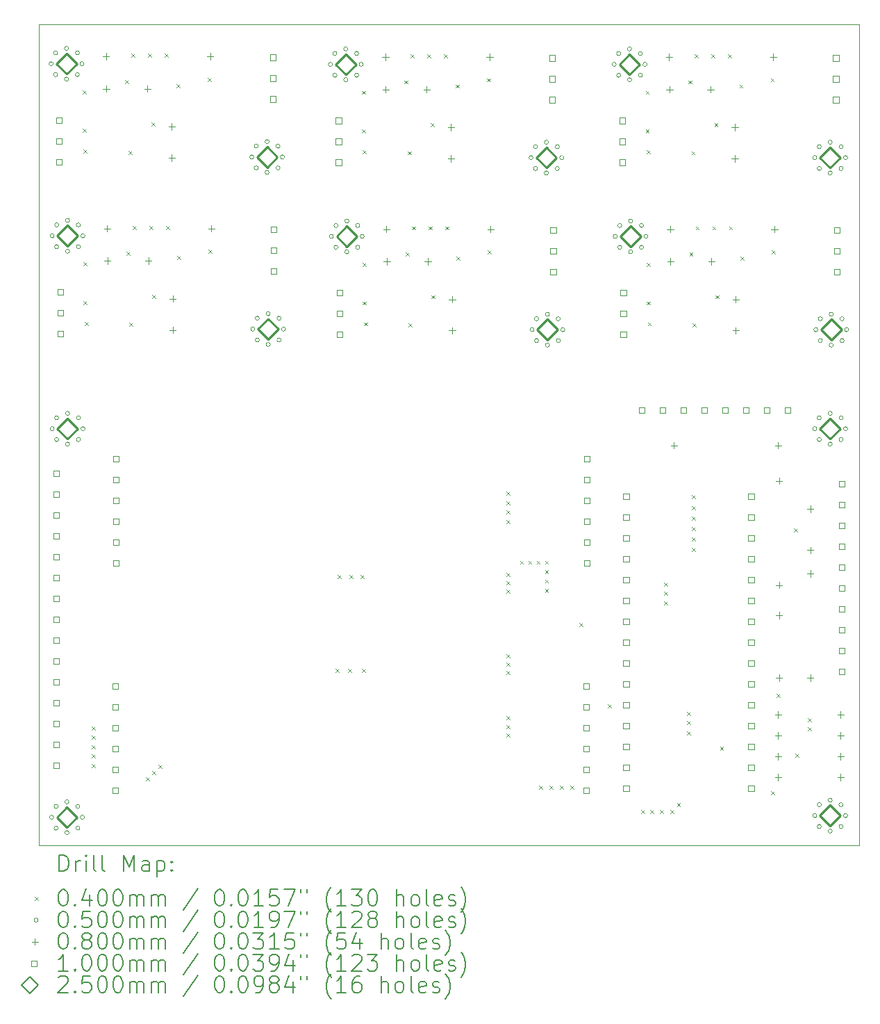
<source format=gbr>
%TF.GenerationSoftware,KiCad,Pcbnew,6.0.10-86aedd382b~118~ubuntu22.10.1*%
%TF.CreationDate,2023-02-15T12:29:08+01:00*%
%TF.ProjectId,railway,7261696c-7761-4792-9e6b-696361645f70,rev?*%
%TF.SameCoordinates,Original*%
%TF.FileFunction,Drillmap*%
%TF.FilePolarity,Positive*%
%FSLAX45Y45*%
G04 Gerber Fmt 4.5, Leading zero omitted, Abs format (unit mm)*
G04 Created by KiCad (PCBNEW 6.0.10-86aedd382b~118~ubuntu22.10.1) date 2023-02-15 12:29:08*
%MOMM*%
%LPD*%
G01*
G04 APERTURE LIST*
%ADD10C,0.100000*%
%ADD11C,0.200000*%
%ADD12C,0.040000*%
%ADD13C,0.050000*%
%ADD14C,0.080000*%
%ADD15C,0.250000*%
G04 APERTURE END LIST*
D10*
X3000000Y-3000000D02*
X13000000Y-3000000D01*
X13000000Y-3000000D02*
X13000000Y-13000000D01*
X13000000Y-13000000D02*
X3000000Y-13000000D01*
X3000000Y-13000000D02*
X3000000Y-3000000D01*
D11*
D12*
X3536000Y-3802700D02*
X3576000Y-3842700D01*
X3576000Y-3802700D02*
X3536000Y-3842700D01*
X3536000Y-4272600D02*
X3576000Y-4312600D01*
X3576000Y-4272600D02*
X3536000Y-4312600D01*
X3548700Y-4526600D02*
X3588700Y-4566600D01*
X3588700Y-4526600D02*
X3548700Y-4566600D01*
X3548700Y-5898200D02*
X3588700Y-5938200D01*
X3588700Y-5898200D02*
X3548700Y-5938200D01*
X3548700Y-6368100D02*
X3588700Y-6408100D01*
X3588700Y-6368100D02*
X3548700Y-6408100D01*
X3561400Y-6622100D02*
X3601400Y-6662100D01*
X3601400Y-6622100D02*
X3561400Y-6662100D01*
X3650300Y-11549700D02*
X3690300Y-11589700D01*
X3690300Y-11549700D02*
X3650300Y-11589700D01*
X3650300Y-11664000D02*
X3690300Y-11704000D01*
X3690300Y-11664000D02*
X3650300Y-11704000D01*
X3650300Y-11778300D02*
X3690300Y-11818300D01*
X3690300Y-11778300D02*
X3650300Y-11818300D01*
X3650300Y-11892600D02*
X3690300Y-11932600D01*
X3690300Y-11892600D02*
X3650300Y-11932600D01*
X3650300Y-12006900D02*
X3690300Y-12046900D01*
X3690300Y-12006900D02*
X3650300Y-12046900D01*
X4056700Y-3675700D02*
X4096700Y-3715700D01*
X4096700Y-3675700D02*
X4056700Y-3715700D01*
X4069400Y-5771200D02*
X4109400Y-5811200D01*
X4109400Y-5771200D02*
X4069400Y-5811200D01*
X4094800Y-4539300D02*
X4134800Y-4579300D01*
X4134800Y-4539300D02*
X4094800Y-4579300D01*
X4107500Y-6634800D02*
X4147500Y-6674800D01*
X4147500Y-6634800D02*
X4107500Y-6674800D01*
X4132900Y-3358200D02*
X4172900Y-3398200D01*
X4172900Y-3358200D02*
X4132900Y-3398200D01*
X4145600Y-5453700D02*
X4185600Y-5493700D01*
X4185600Y-5453700D02*
X4145600Y-5493700D01*
X4310700Y-12172000D02*
X4350700Y-12212000D01*
X4350700Y-12172000D02*
X4310700Y-12212000D01*
X4336100Y-3358200D02*
X4376100Y-3398200D01*
X4376100Y-3358200D02*
X4336100Y-3398200D01*
X4348800Y-5453700D02*
X4388800Y-5493700D01*
X4388800Y-5453700D02*
X4348800Y-5493700D01*
X4374200Y-4196400D02*
X4414200Y-4236400D01*
X4414200Y-4196400D02*
X4374200Y-4236400D01*
X4386900Y-6291900D02*
X4426900Y-6331900D01*
X4426900Y-6291900D02*
X4386900Y-6331900D01*
X4386900Y-12095800D02*
X4426900Y-12135800D01*
X4426900Y-12095800D02*
X4386900Y-12135800D01*
X4463100Y-12019600D02*
X4503100Y-12059600D01*
X4503100Y-12019600D02*
X4463100Y-12059600D01*
X4539300Y-3358200D02*
X4579300Y-3398200D01*
X4579300Y-3358200D02*
X4539300Y-3398200D01*
X4552000Y-5453700D02*
X4592000Y-5493700D01*
X4592000Y-5453700D02*
X4552000Y-5493700D01*
X4679000Y-3726500D02*
X4719000Y-3766500D01*
X4719000Y-3726500D02*
X4679000Y-3766500D01*
X4691700Y-5822000D02*
X4731700Y-5862000D01*
X4731700Y-5822000D02*
X4691700Y-5862000D01*
X5060000Y-3650300D02*
X5100000Y-3690300D01*
X5100000Y-3650300D02*
X5060000Y-3690300D01*
X5072700Y-5745800D02*
X5112700Y-5785800D01*
X5112700Y-5745800D02*
X5072700Y-5785800D01*
X6622100Y-10851200D02*
X6662100Y-10891200D01*
X6662100Y-10851200D02*
X6622100Y-10891200D01*
X6647500Y-9708200D02*
X6687500Y-9748200D01*
X6687500Y-9708200D02*
X6647500Y-9748200D01*
X6774500Y-10851200D02*
X6814500Y-10891200D01*
X6814500Y-10851200D02*
X6774500Y-10891200D01*
X6787200Y-9708200D02*
X6827200Y-9748200D01*
X6827200Y-9708200D02*
X6787200Y-9748200D01*
X6926900Y-9708200D02*
X6966900Y-9748200D01*
X6966900Y-9708200D02*
X6926900Y-9748200D01*
X6939600Y-10851200D02*
X6979600Y-10891200D01*
X6979600Y-10851200D02*
X6939600Y-10891200D01*
X6940350Y-3809817D02*
X6980350Y-3849817D01*
X6980350Y-3809817D02*
X6940350Y-3849817D01*
X6940350Y-4279718D02*
X6980350Y-4319718D01*
X6980350Y-4279718D02*
X6940350Y-4319718D01*
X6953050Y-4533718D02*
X6993050Y-4573718D01*
X6993050Y-4533718D02*
X6953050Y-4573718D01*
X6953050Y-5905317D02*
X6993050Y-5945317D01*
X6993050Y-5905317D02*
X6953050Y-5945317D01*
X6953050Y-6375217D02*
X6993050Y-6415217D01*
X6993050Y-6375217D02*
X6953050Y-6415217D01*
X6965750Y-6629217D02*
X7005750Y-6669217D01*
X7005750Y-6629217D02*
X6965750Y-6669217D01*
X7461050Y-3682817D02*
X7501050Y-3722817D01*
X7501050Y-3682817D02*
X7461050Y-3722817D01*
X7473750Y-5778317D02*
X7513750Y-5818317D01*
X7513750Y-5778317D02*
X7473750Y-5818317D01*
X7499150Y-4546418D02*
X7539150Y-4586418D01*
X7539150Y-4546418D02*
X7499150Y-4586418D01*
X7511850Y-6641917D02*
X7551850Y-6681917D01*
X7551850Y-6641917D02*
X7511850Y-6681917D01*
X7537250Y-3365317D02*
X7577250Y-3405317D01*
X7577250Y-3365317D02*
X7537250Y-3405317D01*
X7549950Y-5460818D02*
X7589950Y-5500818D01*
X7589950Y-5460818D02*
X7549950Y-5500818D01*
X7740450Y-3365317D02*
X7780450Y-3405317D01*
X7780450Y-3365317D02*
X7740450Y-3405317D01*
X7753150Y-5460818D02*
X7793150Y-5500818D01*
X7793150Y-5460818D02*
X7753150Y-5500818D01*
X7778550Y-4203518D02*
X7818550Y-4243518D01*
X7818550Y-4203518D02*
X7778550Y-4243518D01*
X7791250Y-6299017D02*
X7831250Y-6339017D01*
X7831250Y-6299017D02*
X7791250Y-6339017D01*
X7943650Y-3365317D02*
X7983650Y-3405317D01*
X7983650Y-3365317D02*
X7943650Y-3405317D01*
X7956350Y-5460818D02*
X7996350Y-5500818D01*
X7996350Y-5460818D02*
X7956350Y-5500818D01*
X8083350Y-3733617D02*
X8123350Y-3773617D01*
X8123350Y-3733617D02*
X8083350Y-3773617D01*
X8096050Y-5829117D02*
X8136050Y-5869117D01*
X8136050Y-5829117D02*
X8096050Y-5869117D01*
X8464350Y-3657417D02*
X8504350Y-3697417D01*
X8504350Y-3657417D02*
X8464350Y-3697417D01*
X8477050Y-5752917D02*
X8517050Y-5792917D01*
X8517050Y-5752917D02*
X8477050Y-5792917D01*
X8704900Y-8692200D02*
X8744900Y-8732200D01*
X8744900Y-8692200D02*
X8704900Y-8732200D01*
X8704900Y-8806500D02*
X8744900Y-8846500D01*
X8744900Y-8806500D02*
X8704900Y-8846500D01*
X8704900Y-8920800D02*
X8744900Y-8960800D01*
X8744900Y-8920800D02*
X8704900Y-8960800D01*
X8704900Y-9035100D02*
X8744900Y-9075100D01*
X8744900Y-9035100D02*
X8704900Y-9075100D01*
X8704900Y-9682800D02*
X8744900Y-9722800D01*
X8744900Y-9682800D02*
X8704900Y-9722800D01*
X8704900Y-9784400D02*
X8744900Y-9824400D01*
X8744900Y-9784400D02*
X8704900Y-9824400D01*
X8704900Y-9886000D02*
X8744900Y-9926000D01*
X8744900Y-9886000D02*
X8704900Y-9926000D01*
X8704900Y-10673400D02*
X8744900Y-10713400D01*
X8744900Y-10673400D02*
X8704900Y-10713400D01*
X8704900Y-10775000D02*
X8744900Y-10815000D01*
X8744900Y-10775000D02*
X8704900Y-10815000D01*
X8704900Y-10876600D02*
X8744900Y-10916600D01*
X8744900Y-10876600D02*
X8704900Y-10916600D01*
X8704900Y-11422700D02*
X8744900Y-11462700D01*
X8744900Y-11422700D02*
X8704900Y-11462700D01*
X8704900Y-11537000D02*
X8744900Y-11577000D01*
X8744900Y-11537000D02*
X8704900Y-11577000D01*
X8704900Y-11638600D02*
X8744900Y-11678600D01*
X8744900Y-11638600D02*
X8704900Y-11678600D01*
X8868400Y-9532000D02*
X8908400Y-9572000D01*
X8908400Y-9532000D02*
X8868400Y-9572000D01*
X8970000Y-9532000D02*
X9010000Y-9572000D01*
X9010000Y-9532000D02*
X8970000Y-9572000D01*
X9071600Y-9532000D02*
X9111600Y-9572000D01*
X9111600Y-9532000D02*
X9071600Y-9572000D01*
X9103350Y-12273600D02*
X9143350Y-12313600D01*
X9143350Y-12273600D02*
X9103350Y-12313600D01*
X9173200Y-9532000D02*
X9213200Y-9572000D01*
X9213200Y-9532000D02*
X9173200Y-9572000D01*
X9173200Y-9646300D02*
X9213200Y-9686300D01*
X9213200Y-9646300D02*
X9173200Y-9686300D01*
X9173200Y-9760600D02*
X9213200Y-9800600D01*
X9213200Y-9760600D02*
X9173200Y-9800600D01*
X9173200Y-9874900D02*
X9213200Y-9914900D01*
X9213200Y-9874900D02*
X9173200Y-9914900D01*
X9225600Y-12273600D02*
X9265600Y-12313600D01*
X9265600Y-12273600D02*
X9225600Y-12313600D01*
X9352600Y-12273600D02*
X9392600Y-12313600D01*
X9392600Y-12273600D02*
X9352600Y-12313600D01*
X9479600Y-12273600D02*
X9519600Y-12313600D01*
X9519600Y-12273600D02*
X9479600Y-12313600D01*
X9593900Y-10292400D02*
X9633900Y-10332400D01*
X9633900Y-10292400D02*
X9593900Y-10332400D01*
X9936800Y-11283000D02*
X9976800Y-11323000D01*
X9976800Y-11283000D02*
X9936800Y-11323000D01*
X10343200Y-12565700D02*
X10383200Y-12605700D01*
X10383200Y-12565700D02*
X10343200Y-12605700D01*
X10399583Y-3809817D02*
X10439583Y-3849817D01*
X10439583Y-3809817D02*
X10399583Y-3849817D01*
X10399583Y-4279718D02*
X10439583Y-4319718D01*
X10439583Y-4279718D02*
X10399583Y-4319718D01*
X10412283Y-4533718D02*
X10452283Y-4573718D01*
X10452283Y-4533718D02*
X10412283Y-4573718D01*
X10412283Y-5905317D02*
X10452283Y-5945317D01*
X10452283Y-5905317D02*
X10412283Y-5945317D01*
X10412283Y-6375217D02*
X10452283Y-6415217D01*
X10452283Y-6375217D02*
X10412283Y-6415217D01*
X10424983Y-6629217D02*
X10464983Y-6669217D01*
X10464983Y-6629217D02*
X10424983Y-6669217D01*
X10457500Y-12565700D02*
X10497500Y-12605700D01*
X10497500Y-12565700D02*
X10457500Y-12605700D01*
X10571800Y-12565700D02*
X10611800Y-12605700D01*
X10611800Y-12565700D02*
X10571800Y-12605700D01*
X10622600Y-9797100D02*
X10662600Y-9837100D01*
X10662600Y-9797100D02*
X10622600Y-9837100D01*
X10622600Y-9911400D02*
X10662600Y-9951400D01*
X10662600Y-9911400D02*
X10622600Y-9951400D01*
X10622600Y-10025700D02*
X10662600Y-10065700D01*
X10662600Y-10025700D02*
X10622600Y-10065700D01*
X10698800Y-12565700D02*
X10738800Y-12605700D01*
X10738800Y-12565700D02*
X10698800Y-12605700D01*
X10781350Y-12483150D02*
X10821350Y-12523150D01*
X10821350Y-12483150D02*
X10781350Y-12523150D01*
X10902000Y-11371900D02*
X10942000Y-11411900D01*
X10942000Y-11371900D02*
X10902000Y-11411900D01*
X10902000Y-11486200D02*
X10942000Y-11526200D01*
X10942000Y-11486200D02*
X10902000Y-11526200D01*
X10902000Y-11613200D02*
X10942000Y-11653200D01*
X10942000Y-11613200D02*
X10902000Y-11653200D01*
X10920283Y-3682817D02*
X10960283Y-3722817D01*
X10960283Y-3682817D02*
X10920283Y-3722817D01*
X10932983Y-5778317D02*
X10972983Y-5818317D01*
X10972983Y-5778317D02*
X10932983Y-5818317D01*
X10958383Y-4546418D02*
X10998383Y-4586418D01*
X10998383Y-4546418D02*
X10958383Y-4586418D01*
X10965500Y-8730300D02*
X11005500Y-8770300D01*
X11005500Y-8730300D02*
X10965500Y-8770300D01*
X10965500Y-8870000D02*
X11005500Y-8910000D01*
X11005500Y-8870000D02*
X10965500Y-8910000D01*
X10965500Y-8997000D02*
X11005500Y-9037000D01*
X11005500Y-8997000D02*
X10965500Y-9037000D01*
X10965500Y-9124000D02*
X11005500Y-9164000D01*
X11005500Y-9124000D02*
X10965500Y-9164000D01*
X10965500Y-9251000D02*
X11005500Y-9291000D01*
X11005500Y-9251000D02*
X10965500Y-9291000D01*
X10965500Y-9378000D02*
X11005500Y-9418000D01*
X11005500Y-9378000D02*
X10965500Y-9418000D01*
X10971083Y-6641917D02*
X11011083Y-6681917D01*
X11011083Y-6641917D02*
X10971083Y-6681917D01*
X10996483Y-3365317D02*
X11036483Y-3405317D01*
X11036483Y-3365317D02*
X10996483Y-3405317D01*
X11009183Y-5460818D02*
X11049183Y-5500818D01*
X11049183Y-5460818D02*
X11009183Y-5500818D01*
X11199682Y-3365317D02*
X11239682Y-3405317D01*
X11239682Y-3365317D02*
X11199682Y-3405317D01*
X11212382Y-5460818D02*
X11252382Y-5500818D01*
X11252382Y-5460818D02*
X11212382Y-5500818D01*
X11237782Y-4203518D02*
X11277782Y-4243518D01*
X11277782Y-4203518D02*
X11237782Y-4243518D01*
X11250482Y-6299017D02*
X11290482Y-6339017D01*
X11290482Y-6299017D02*
X11250482Y-6339017D01*
X11305250Y-11797350D02*
X11345250Y-11837350D01*
X11345250Y-11797350D02*
X11305250Y-11837350D01*
X11402882Y-3365317D02*
X11442882Y-3405317D01*
X11442882Y-3365317D02*
X11402882Y-3405317D01*
X11415582Y-5460818D02*
X11455582Y-5500818D01*
X11455582Y-5460818D02*
X11415582Y-5500818D01*
X11542582Y-3733617D02*
X11582582Y-3773617D01*
X11582582Y-3733617D02*
X11542582Y-3773617D01*
X11555282Y-5829117D02*
X11595282Y-5869117D01*
X11595282Y-5829117D02*
X11555282Y-5869117D01*
X11923582Y-3657417D02*
X11963582Y-3697417D01*
X11963582Y-3657417D02*
X11923582Y-3697417D01*
X11930700Y-12337100D02*
X11970700Y-12377100D01*
X11970700Y-12337100D02*
X11930700Y-12377100D01*
X11936282Y-5752917D02*
X11976282Y-5792917D01*
X11976282Y-5752917D02*
X11936282Y-5792917D01*
X11994200Y-11156000D02*
X12034200Y-11196000D01*
X12034200Y-11156000D02*
X11994200Y-11196000D01*
X12210100Y-9136700D02*
X12250100Y-9176700D01*
X12250100Y-9136700D02*
X12210100Y-9176700D01*
X12222800Y-11879900D02*
X12262800Y-11919900D01*
X12262800Y-11879900D02*
X12222800Y-11919900D01*
X12375200Y-11448100D02*
X12415200Y-11488100D01*
X12415200Y-11448100D02*
X12375200Y-11488100D01*
X12375200Y-11562400D02*
X12415200Y-11602400D01*
X12415200Y-11562400D02*
X12375200Y-11602400D01*
D13*
X3177600Y-3479800D02*
G75*
G03*
X3177600Y-3479800I-25000J0D01*
G01*
X3183182Y-12656317D02*
G75*
G03*
X3183182Y-12656317I-25000J0D01*
G01*
X3190300Y-5575300D02*
G75*
G03*
X3190300Y-5575300I-25000J0D01*
G01*
X3190300Y-7924800D02*
G75*
G03*
X3190300Y-7924800I-25000J0D01*
G01*
X3232517Y-3347217D02*
G75*
G03*
X3232517Y-3347217I-25000J0D01*
G01*
X3232517Y-3612382D02*
G75*
G03*
X3232517Y-3612382I-25000J0D01*
G01*
X3238100Y-12523735D02*
G75*
G03*
X3238100Y-12523735I-25000J0D01*
G01*
X3238100Y-12788900D02*
G75*
G03*
X3238100Y-12788900I-25000J0D01*
G01*
X3245217Y-5442718D02*
G75*
G03*
X3245217Y-5442718I-25000J0D01*
G01*
X3245217Y-5707882D02*
G75*
G03*
X3245217Y-5707882I-25000J0D01*
G01*
X3245217Y-7792217D02*
G75*
G03*
X3245217Y-7792217I-25000J0D01*
G01*
X3245217Y-8057382D02*
G75*
G03*
X3245217Y-8057382I-25000J0D01*
G01*
X3365100Y-3292300D02*
G75*
G03*
X3365100Y-3292300I-25000J0D01*
G01*
X3365100Y-3667300D02*
G75*
G03*
X3365100Y-3667300I-25000J0D01*
G01*
X3370682Y-12468817D02*
G75*
G03*
X3370682Y-12468817I-25000J0D01*
G01*
X3370682Y-12843817D02*
G75*
G03*
X3370682Y-12843817I-25000J0D01*
G01*
X3377800Y-5387800D02*
G75*
G03*
X3377800Y-5387800I-25000J0D01*
G01*
X3377800Y-5762800D02*
G75*
G03*
X3377800Y-5762800I-25000J0D01*
G01*
X3377800Y-7737300D02*
G75*
G03*
X3377800Y-7737300I-25000J0D01*
G01*
X3377800Y-8112300D02*
G75*
G03*
X3377800Y-8112300I-25000J0D01*
G01*
X3497682Y-3347217D02*
G75*
G03*
X3497682Y-3347217I-25000J0D01*
G01*
X3497682Y-3612382D02*
G75*
G03*
X3497682Y-3612382I-25000J0D01*
G01*
X3503265Y-12523735D02*
G75*
G03*
X3503265Y-12523735I-25000J0D01*
G01*
X3503265Y-12788900D02*
G75*
G03*
X3503265Y-12788900I-25000J0D01*
G01*
X3510382Y-5442718D02*
G75*
G03*
X3510382Y-5442718I-25000J0D01*
G01*
X3510382Y-5707882D02*
G75*
G03*
X3510382Y-5707882I-25000J0D01*
G01*
X3510382Y-7792217D02*
G75*
G03*
X3510382Y-7792217I-25000J0D01*
G01*
X3510382Y-8057382D02*
G75*
G03*
X3510382Y-8057382I-25000J0D01*
G01*
X3552600Y-3479800D02*
G75*
G03*
X3552600Y-3479800I-25000J0D01*
G01*
X3558182Y-12656317D02*
G75*
G03*
X3558182Y-12656317I-25000J0D01*
G01*
X3565300Y-5575300D02*
G75*
G03*
X3565300Y-5575300I-25000J0D01*
G01*
X3565300Y-7924800D02*
G75*
G03*
X3565300Y-7924800I-25000J0D01*
G01*
X5623117Y-4615683D02*
G75*
G03*
X5623117Y-4615683I-25000J0D01*
G01*
X5635817Y-6711182D02*
G75*
G03*
X5635817Y-6711182I-25000J0D01*
G01*
X5678035Y-4483100D02*
G75*
G03*
X5678035Y-4483100I-25000J0D01*
G01*
X5678035Y-4748265D02*
G75*
G03*
X5678035Y-4748265I-25000J0D01*
G01*
X5690735Y-6578600D02*
G75*
G03*
X5690735Y-6578600I-25000J0D01*
G01*
X5690735Y-6843765D02*
G75*
G03*
X5690735Y-6843765I-25000J0D01*
G01*
X5810617Y-4428183D02*
G75*
G03*
X5810617Y-4428183I-25000J0D01*
G01*
X5810617Y-4803183D02*
G75*
G03*
X5810617Y-4803183I-25000J0D01*
G01*
X5823317Y-6523682D02*
G75*
G03*
X5823317Y-6523682I-25000J0D01*
G01*
X5823317Y-6898682D02*
G75*
G03*
X5823317Y-6898682I-25000J0D01*
G01*
X5943200Y-4483100D02*
G75*
G03*
X5943200Y-4483100I-25000J0D01*
G01*
X5943200Y-4748265D02*
G75*
G03*
X5943200Y-4748265I-25000J0D01*
G01*
X5955900Y-6578600D02*
G75*
G03*
X5955900Y-6578600I-25000J0D01*
G01*
X5955900Y-6843765D02*
G75*
G03*
X5955900Y-6843765I-25000J0D01*
G01*
X5998117Y-4615683D02*
G75*
G03*
X5998117Y-4615683I-25000J0D01*
G01*
X6010817Y-6711182D02*
G75*
G03*
X6010817Y-6711182I-25000J0D01*
G01*
X6581950Y-3486917D02*
G75*
G03*
X6581950Y-3486917I-25000J0D01*
G01*
X6594650Y-5582418D02*
G75*
G03*
X6594650Y-5582418I-25000J0D01*
G01*
X6636867Y-3354335D02*
G75*
G03*
X6636867Y-3354335I-25000J0D01*
G01*
X6636867Y-3619500D02*
G75*
G03*
X6636867Y-3619500I-25000J0D01*
G01*
X6649567Y-5449835D02*
G75*
G03*
X6649567Y-5449835I-25000J0D01*
G01*
X6649567Y-5715000D02*
G75*
G03*
X6649567Y-5715000I-25000J0D01*
G01*
X6769450Y-3299417D02*
G75*
G03*
X6769450Y-3299417I-25000J0D01*
G01*
X6769450Y-3674417D02*
G75*
G03*
X6769450Y-3674417I-25000J0D01*
G01*
X6782150Y-5394918D02*
G75*
G03*
X6782150Y-5394918I-25000J0D01*
G01*
X6782150Y-5769917D02*
G75*
G03*
X6782150Y-5769917I-25000J0D01*
G01*
X6902032Y-3354335D02*
G75*
G03*
X6902032Y-3354335I-25000J0D01*
G01*
X6902032Y-3619500D02*
G75*
G03*
X6902032Y-3619500I-25000J0D01*
G01*
X6914732Y-5449835D02*
G75*
G03*
X6914732Y-5449835I-25000J0D01*
G01*
X6914732Y-5715000D02*
G75*
G03*
X6914732Y-5715000I-25000J0D01*
G01*
X6956950Y-3486917D02*
G75*
G03*
X6956950Y-3486917I-25000J0D01*
G01*
X6969650Y-5582418D02*
G75*
G03*
X6969650Y-5582418I-25000J0D01*
G01*
X9027468Y-4622800D02*
G75*
G03*
X9027468Y-4622800I-25000J0D01*
G01*
X9040168Y-6718300D02*
G75*
G03*
X9040168Y-6718300I-25000J0D01*
G01*
X9082385Y-4490218D02*
G75*
G03*
X9082385Y-4490218I-25000J0D01*
G01*
X9082385Y-4755383D02*
G75*
G03*
X9082385Y-4755383I-25000J0D01*
G01*
X9095085Y-6585717D02*
G75*
G03*
X9095085Y-6585717I-25000J0D01*
G01*
X9095085Y-6850882D02*
G75*
G03*
X9095085Y-6850882I-25000J0D01*
G01*
X9214968Y-4435300D02*
G75*
G03*
X9214968Y-4435300I-25000J0D01*
G01*
X9214968Y-4810300D02*
G75*
G03*
X9214968Y-4810300I-25000J0D01*
G01*
X9227668Y-6530800D02*
G75*
G03*
X9227668Y-6530800I-25000J0D01*
G01*
X9227668Y-6905800D02*
G75*
G03*
X9227668Y-6905800I-25000J0D01*
G01*
X9347550Y-4490218D02*
G75*
G03*
X9347550Y-4490218I-25000J0D01*
G01*
X9347550Y-4755383D02*
G75*
G03*
X9347550Y-4755383I-25000J0D01*
G01*
X9360250Y-6585717D02*
G75*
G03*
X9360250Y-6585717I-25000J0D01*
G01*
X9360250Y-6850882D02*
G75*
G03*
X9360250Y-6850882I-25000J0D01*
G01*
X9402468Y-4622800D02*
G75*
G03*
X9402468Y-4622800I-25000J0D01*
G01*
X9415168Y-6718300D02*
G75*
G03*
X9415168Y-6718300I-25000J0D01*
G01*
X10041183Y-3486917D02*
G75*
G03*
X10041183Y-3486917I-25000J0D01*
G01*
X10053883Y-5582418D02*
G75*
G03*
X10053883Y-5582418I-25000J0D01*
G01*
X10096100Y-3354335D02*
G75*
G03*
X10096100Y-3354335I-25000J0D01*
G01*
X10096100Y-3619500D02*
G75*
G03*
X10096100Y-3619500I-25000J0D01*
G01*
X10108800Y-5449835D02*
G75*
G03*
X10108800Y-5449835I-25000J0D01*
G01*
X10108800Y-5715000D02*
G75*
G03*
X10108800Y-5715000I-25000J0D01*
G01*
X10228683Y-3299417D02*
G75*
G03*
X10228683Y-3299417I-25000J0D01*
G01*
X10228683Y-3674417D02*
G75*
G03*
X10228683Y-3674417I-25000J0D01*
G01*
X10241383Y-5394918D02*
G75*
G03*
X10241383Y-5394918I-25000J0D01*
G01*
X10241383Y-5769917D02*
G75*
G03*
X10241383Y-5769917I-25000J0D01*
G01*
X10361265Y-3354335D02*
G75*
G03*
X10361265Y-3354335I-25000J0D01*
G01*
X10361265Y-3619500D02*
G75*
G03*
X10361265Y-3619500I-25000J0D01*
G01*
X10373965Y-5449835D02*
G75*
G03*
X10373965Y-5449835I-25000J0D01*
G01*
X10373965Y-5715000D02*
G75*
G03*
X10373965Y-5715000I-25000J0D01*
G01*
X10416183Y-3486917D02*
G75*
G03*
X10416183Y-3486917I-25000J0D01*
G01*
X10428883Y-5582418D02*
G75*
G03*
X10428883Y-5582418I-25000J0D01*
G01*
X12486700Y-4622800D02*
G75*
G03*
X12486700Y-4622800I-25000J0D01*
G01*
X12486700Y-7924800D02*
G75*
G03*
X12486700Y-7924800I-25000J0D01*
G01*
X12486700Y-12636500D02*
G75*
G03*
X12486700Y-12636500I-25000J0D01*
G01*
X12499400Y-6718300D02*
G75*
G03*
X12499400Y-6718300I-25000J0D01*
G01*
X12541617Y-4490218D02*
G75*
G03*
X12541617Y-4490218I-25000J0D01*
G01*
X12541617Y-4755383D02*
G75*
G03*
X12541617Y-4755383I-25000J0D01*
G01*
X12541617Y-7792217D02*
G75*
G03*
X12541617Y-7792217I-25000J0D01*
G01*
X12541617Y-8057382D02*
G75*
G03*
X12541617Y-8057382I-25000J0D01*
G01*
X12541617Y-12503917D02*
G75*
G03*
X12541617Y-12503917I-25000J0D01*
G01*
X12541617Y-12769082D02*
G75*
G03*
X12541617Y-12769082I-25000J0D01*
G01*
X12554317Y-6585717D02*
G75*
G03*
X12554317Y-6585717I-25000J0D01*
G01*
X12554317Y-6850882D02*
G75*
G03*
X12554317Y-6850882I-25000J0D01*
G01*
X12674200Y-4435300D02*
G75*
G03*
X12674200Y-4435300I-25000J0D01*
G01*
X12674200Y-4810300D02*
G75*
G03*
X12674200Y-4810300I-25000J0D01*
G01*
X12674200Y-7737300D02*
G75*
G03*
X12674200Y-7737300I-25000J0D01*
G01*
X12674200Y-8112300D02*
G75*
G03*
X12674200Y-8112300I-25000J0D01*
G01*
X12674200Y-12449000D02*
G75*
G03*
X12674200Y-12449000I-25000J0D01*
G01*
X12674200Y-12824000D02*
G75*
G03*
X12674200Y-12824000I-25000J0D01*
G01*
X12686900Y-6530800D02*
G75*
G03*
X12686900Y-6530800I-25000J0D01*
G01*
X12686900Y-6905800D02*
G75*
G03*
X12686900Y-6905800I-25000J0D01*
G01*
X12806782Y-4490218D02*
G75*
G03*
X12806782Y-4490218I-25000J0D01*
G01*
X12806782Y-4755383D02*
G75*
G03*
X12806782Y-4755383I-25000J0D01*
G01*
X12806782Y-7792217D02*
G75*
G03*
X12806782Y-7792217I-25000J0D01*
G01*
X12806782Y-8057382D02*
G75*
G03*
X12806782Y-8057382I-25000J0D01*
G01*
X12806782Y-12503917D02*
G75*
G03*
X12806782Y-12503917I-25000J0D01*
G01*
X12806782Y-12769082D02*
G75*
G03*
X12806782Y-12769082I-25000J0D01*
G01*
X12819482Y-6585717D02*
G75*
G03*
X12819482Y-6585717I-25000J0D01*
G01*
X12819482Y-6850882D02*
G75*
G03*
X12819482Y-6850882I-25000J0D01*
G01*
X12861700Y-4622800D02*
G75*
G03*
X12861700Y-4622800I-25000J0D01*
G01*
X12861700Y-7924800D02*
G75*
G03*
X12861700Y-7924800I-25000J0D01*
G01*
X12861700Y-12636500D02*
G75*
G03*
X12861700Y-12636500I-25000J0D01*
G01*
X12874400Y-6718300D02*
G75*
G03*
X12874400Y-6718300I-25000J0D01*
G01*
D14*
X3822700Y-3350900D02*
X3822700Y-3430900D01*
X3782700Y-3390900D02*
X3862700Y-3390900D01*
X3826700Y-3744600D02*
X3826700Y-3824600D01*
X3786700Y-3784600D02*
X3866700Y-3784600D01*
X3835400Y-5446400D02*
X3835400Y-5526400D01*
X3795400Y-5486400D02*
X3875400Y-5486400D01*
X3839400Y-5840100D02*
X3839400Y-5920100D01*
X3799400Y-5880100D02*
X3879400Y-5880100D01*
X4326700Y-3744600D02*
X4326700Y-3824600D01*
X4286700Y-3784600D02*
X4366700Y-3784600D01*
X4339400Y-5840100D02*
X4339400Y-5920100D01*
X4299400Y-5880100D02*
X4379400Y-5880100D01*
X4622800Y-4206105D02*
X4622800Y-4286105D01*
X4582800Y-4246105D02*
X4662800Y-4246105D01*
X4622800Y-4586105D02*
X4622800Y-4666105D01*
X4582800Y-4626105D02*
X4662800Y-4626105D01*
X4635500Y-6301605D02*
X4635500Y-6381605D01*
X4595500Y-6341605D02*
X4675500Y-6341605D01*
X4635500Y-6681605D02*
X4635500Y-6761605D01*
X4595500Y-6721605D02*
X4675500Y-6721605D01*
X5092700Y-3350900D02*
X5092700Y-3430900D01*
X5052700Y-3390900D02*
X5132700Y-3390900D01*
X5105400Y-5446400D02*
X5105400Y-5526400D01*
X5065400Y-5486400D02*
X5145400Y-5486400D01*
X7227050Y-3358017D02*
X7227050Y-3438017D01*
X7187050Y-3398017D02*
X7267050Y-3398017D01*
X7231050Y-3751717D02*
X7231050Y-3831717D01*
X7191050Y-3791717D02*
X7271050Y-3791717D01*
X7239750Y-5453518D02*
X7239750Y-5533518D01*
X7199750Y-5493518D02*
X7279750Y-5493518D01*
X7243750Y-5847217D02*
X7243750Y-5927217D01*
X7203750Y-5887217D02*
X7283750Y-5887217D01*
X7731050Y-3751717D02*
X7731050Y-3831717D01*
X7691050Y-3791717D02*
X7771050Y-3791717D01*
X7743750Y-5847217D02*
X7743750Y-5927217D01*
X7703750Y-5887217D02*
X7783750Y-5887217D01*
X8027150Y-4213222D02*
X8027150Y-4293222D01*
X7987150Y-4253222D02*
X8067150Y-4253222D01*
X8027150Y-4593222D02*
X8027150Y-4673222D01*
X7987150Y-4633222D02*
X8067150Y-4633222D01*
X8039850Y-6308722D02*
X8039850Y-6388722D01*
X7999850Y-6348722D02*
X8079850Y-6348722D01*
X8039850Y-6688722D02*
X8039850Y-6768722D01*
X7999850Y-6728722D02*
X8079850Y-6728722D01*
X8497050Y-3358017D02*
X8497050Y-3438017D01*
X8457050Y-3398017D02*
X8537050Y-3398017D01*
X8509750Y-5453518D02*
X8509750Y-5533518D01*
X8469750Y-5493518D02*
X8549750Y-5493518D01*
X10686283Y-3358017D02*
X10686283Y-3438017D01*
X10646283Y-3398017D02*
X10726283Y-3398017D01*
X10690283Y-3751717D02*
X10690283Y-3831717D01*
X10650283Y-3791717D02*
X10730283Y-3791717D01*
X10698983Y-5453518D02*
X10698983Y-5533518D01*
X10658983Y-5493518D02*
X10738983Y-5493518D01*
X10702983Y-5847217D02*
X10702983Y-5927217D01*
X10662983Y-5887217D02*
X10742983Y-5887217D01*
X10744200Y-8088000D02*
X10744200Y-8168000D01*
X10704200Y-8128000D02*
X10784200Y-8128000D01*
X11190282Y-3751717D02*
X11190282Y-3831717D01*
X11150283Y-3791717D02*
X11230282Y-3791717D01*
X11202982Y-5847217D02*
X11202982Y-5927217D01*
X11162983Y-5887217D02*
X11242982Y-5887217D01*
X11486382Y-4213222D02*
X11486382Y-4293222D01*
X11446382Y-4253222D02*
X11526382Y-4253222D01*
X11486382Y-4593222D02*
X11486382Y-4673222D01*
X11446382Y-4633222D02*
X11526382Y-4633222D01*
X11499082Y-6308722D02*
X11499082Y-6388722D01*
X11459082Y-6348722D02*
X11539082Y-6348722D01*
X11499082Y-6688722D02*
X11499082Y-6768722D01*
X11459082Y-6728722D02*
X11539082Y-6728722D01*
X11956282Y-3358017D02*
X11956282Y-3438017D01*
X11916282Y-3398017D02*
X11996282Y-3398017D01*
X11968982Y-5453518D02*
X11968982Y-5533518D01*
X11928982Y-5493518D02*
X12008982Y-5493518D01*
X12014200Y-8088000D02*
X12014200Y-8168000D01*
X11974200Y-8128000D02*
X12054200Y-8128000D01*
X12015200Y-11365600D02*
X12015200Y-11445600D01*
X11975200Y-11405600D02*
X12055200Y-11405600D01*
X12015200Y-11619600D02*
X12015200Y-11699600D01*
X11975200Y-11659600D02*
X12055200Y-11659600D01*
X12015200Y-11873600D02*
X12015200Y-11953600D01*
X11975200Y-11913600D02*
X12055200Y-11913600D01*
X12015200Y-12127600D02*
X12015200Y-12207600D01*
X11975200Y-12167600D02*
X12055200Y-12167600D01*
X12026900Y-8519800D02*
X12026900Y-8599800D01*
X11986900Y-8559800D02*
X12066900Y-8559800D01*
X12026900Y-9789800D02*
X12026900Y-9869800D01*
X11986900Y-9829800D02*
X12066900Y-9829800D01*
X12026900Y-10158100D02*
X12026900Y-10238100D01*
X11986900Y-10198100D02*
X12066900Y-10198100D01*
X12026900Y-10920100D02*
X12026900Y-11000100D01*
X11986900Y-10960100D02*
X12066900Y-10960100D01*
X12407900Y-8862700D02*
X12407900Y-8942700D01*
X12367900Y-8902700D02*
X12447900Y-8902700D01*
X12407900Y-9362700D02*
X12407900Y-9442700D01*
X12367900Y-9402700D02*
X12447900Y-9402700D01*
X12407900Y-9650100D02*
X12407900Y-9730100D01*
X12367900Y-9690100D02*
X12447900Y-9690100D01*
X12407900Y-10920100D02*
X12407900Y-11000100D01*
X12367900Y-10960100D02*
X12447900Y-10960100D01*
X12777200Y-11365600D02*
X12777200Y-11445600D01*
X12737200Y-11405600D02*
X12817200Y-11405600D01*
X12777200Y-11619600D02*
X12777200Y-11699600D01*
X12737200Y-11659600D02*
X12817200Y-11659600D01*
X12777200Y-11873600D02*
X12777200Y-11953600D01*
X12737200Y-11913600D02*
X12817200Y-11913600D01*
X12777200Y-12127600D02*
X12777200Y-12207600D01*
X12737200Y-12167600D02*
X12817200Y-12167600D01*
D10*
X3248456Y-8506256D02*
X3248456Y-8435544D01*
X3177744Y-8435544D01*
X3177744Y-8506256D01*
X3248456Y-8506256D01*
X3248456Y-8760256D02*
X3248456Y-8689544D01*
X3177744Y-8689544D01*
X3177744Y-8760256D01*
X3248456Y-8760256D01*
X3248456Y-9014256D02*
X3248456Y-8943544D01*
X3177744Y-8943544D01*
X3177744Y-9014256D01*
X3248456Y-9014256D01*
X3248456Y-9268256D02*
X3248456Y-9197544D01*
X3177744Y-9197544D01*
X3177744Y-9268256D01*
X3248456Y-9268256D01*
X3248456Y-9522256D02*
X3248456Y-9451544D01*
X3177744Y-9451544D01*
X3177744Y-9522256D01*
X3248456Y-9522256D01*
X3248456Y-9776256D02*
X3248456Y-9705544D01*
X3177744Y-9705544D01*
X3177744Y-9776256D01*
X3248456Y-9776256D01*
X3248456Y-10030256D02*
X3248456Y-9959544D01*
X3177744Y-9959544D01*
X3177744Y-10030256D01*
X3248456Y-10030256D01*
X3248456Y-10284256D02*
X3248456Y-10213544D01*
X3177744Y-10213544D01*
X3177744Y-10284256D01*
X3248456Y-10284256D01*
X3248456Y-10538256D02*
X3248456Y-10467544D01*
X3177744Y-10467544D01*
X3177744Y-10538256D01*
X3248456Y-10538256D01*
X3248456Y-10792256D02*
X3248456Y-10721544D01*
X3177744Y-10721544D01*
X3177744Y-10792256D01*
X3248456Y-10792256D01*
X3248456Y-11046256D02*
X3248456Y-10975544D01*
X3177744Y-10975544D01*
X3177744Y-11046256D01*
X3248456Y-11046256D01*
X3248456Y-11300256D02*
X3248456Y-11229544D01*
X3177744Y-11229544D01*
X3177744Y-11300256D01*
X3248456Y-11300256D01*
X3248456Y-11554256D02*
X3248456Y-11483544D01*
X3177744Y-11483544D01*
X3177744Y-11554256D01*
X3248456Y-11554256D01*
X3248456Y-11808256D02*
X3248456Y-11737544D01*
X3177744Y-11737544D01*
X3177744Y-11808256D01*
X3248456Y-11808256D01*
X3248456Y-12062256D02*
X3248456Y-11991544D01*
X3177744Y-11991544D01*
X3177744Y-12062256D01*
X3248456Y-12062256D01*
X3286556Y-4200956D02*
X3286556Y-4130244D01*
X3215844Y-4130244D01*
X3215844Y-4200956D01*
X3286556Y-4200956D01*
X3286556Y-4454956D02*
X3286556Y-4384244D01*
X3215844Y-4384244D01*
X3215844Y-4454956D01*
X3286556Y-4454956D01*
X3286556Y-4708956D02*
X3286556Y-4638244D01*
X3215844Y-4638244D01*
X3215844Y-4708956D01*
X3286556Y-4708956D01*
X3299256Y-6296456D02*
X3299256Y-6225744D01*
X3228544Y-6225744D01*
X3228544Y-6296456D01*
X3299256Y-6296456D01*
X3299256Y-6550456D02*
X3299256Y-6479744D01*
X3228544Y-6479744D01*
X3228544Y-6550456D01*
X3299256Y-6550456D01*
X3299256Y-6804456D02*
X3299256Y-6733744D01*
X3228544Y-6733744D01*
X3228544Y-6804456D01*
X3299256Y-6804456D01*
X3972356Y-11097056D02*
X3972356Y-11026344D01*
X3901644Y-11026344D01*
X3901644Y-11097056D01*
X3972356Y-11097056D01*
X3972356Y-11351056D02*
X3972356Y-11280344D01*
X3901644Y-11280344D01*
X3901644Y-11351056D01*
X3972356Y-11351056D01*
X3972356Y-11605056D02*
X3972356Y-11534344D01*
X3901644Y-11534344D01*
X3901644Y-11605056D01*
X3972356Y-11605056D01*
X3972356Y-11859056D02*
X3972356Y-11788344D01*
X3901644Y-11788344D01*
X3901644Y-11859056D01*
X3972356Y-11859056D01*
X3972356Y-12113056D02*
X3972356Y-12042344D01*
X3901644Y-12042344D01*
X3901644Y-12113056D01*
X3972356Y-12113056D01*
X3972356Y-12367056D02*
X3972356Y-12296344D01*
X3901644Y-12296344D01*
X3901644Y-12367056D01*
X3972356Y-12367056D01*
X3976756Y-8324356D02*
X3976756Y-8253644D01*
X3906044Y-8253644D01*
X3906044Y-8324356D01*
X3976756Y-8324356D01*
X3976756Y-8578356D02*
X3976756Y-8507644D01*
X3906044Y-8507644D01*
X3906044Y-8578356D01*
X3976756Y-8578356D01*
X3976756Y-8832356D02*
X3976756Y-8761644D01*
X3906044Y-8761644D01*
X3906044Y-8832356D01*
X3976756Y-8832356D01*
X3976756Y-9086356D02*
X3976756Y-9015644D01*
X3906044Y-9015644D01*
X3906044Y-9086356D01*
X3976756Y-9086356D01*
X3976756Y-9340356D02*
X3976756Y-9269644D01*
X3906044Y-9269644D01*
X3906044Y-9340356D01*
X3976756Y-9340356D01*
X3976756Y-9594356D02*
X3976756Y-9523644D01*
X3906044Y-9523644D01*
X3906044Y-9594356D01*
X3976756Y-9594356D01*
X5890056Y-3437456D02*
X5890056Y-3366744D01*
X5819344Y-3366744D01*
X5819344Y-3437456D01*
X5890056Y-3437456D01*
X5890056Y-3691456D02*
X5890056Y-3620744D01*
X5819344Y-3620744D01*
X5819344Y-3691456D01*
X5890056Y-3691456D01*
X5890056Y-3945456D02*
X5890056Y-3874744D01*
X5819344Y-3874744D01*
X5819344Y-3945456D01*
X5890056Y-3945456D01*
X5902756Y-5532956D02*
X5902756Y-5462244D01*
X5832044Y-5462244D01*
X5832044Y-5532956D01*
X5902756Y-5532956D01*
X5902756Y-5786956D02*
X5902756Y-5716244D01*
X5832044Y-5716244D01*
X5832044Y-5786956D01*
X5902756Y-5786956D01*
X5902756Y-6040956D02*
X5902756Y-5970244D01*
X5832044Y-5970244D01*
X5832044Y-6040956D01*
X5902756Y-6040956D01*
X6690906Y-4208073D02*
X6690906Y-4137362D01*
X6620194Y-4137362D01*
X6620194Y-4208073D01*
X6690906Y-4208073D01*
X6690906Y-4462073D02*
X6690906Y-4391362D01*
X6620194Y-4391362D01*
X6620194Y-4462073D01*
X6690906Y-4462073D01*
X6690906Y-4716073D02*
X6690906Y-4645362D01*
X6620194Y-4645362D01*
X6620194Y-4716073D01*
X6690906Y-4716073D01*
X6703606Y-6303573D02*
X6703606Y-6232862D01*
X6632894Y-6232862D01*
X6632894Y-6303573D01*
X6703606Y-6303573D01*
X6703606Y-6557573D02*
X6703606Y-6486862D01*
X6632894Y-6486862D01*
X6632894Y-6557573D01*
X6703606Y-6557573D01*
X6703606Y-6811573D02*
X6703606Y-6740862D01*
X6632894Y-6740862D01*
X6632894Y-6811573D01*
X6703606Y-6811573D01*
X9294406Y-3444573D02*
X9294406Y-3373862D01*
X9223694Y-3373862D01*
X9223694Y-3444573D01*
X9294406Y-3444573D01*
X9294406Y-3698573D02*
X9294406Y-3627862D01*
X9223694Y-3627862D01*
X9223694Y-3698573D01*
X9294406Y-3698573D01*
X9294406Y-3952573D02*
X9294406Y-3881862D01*
X9223694Y-3881862D01*
X9223694Y-3952573D01*
X9294406Y-3952573D01*
X9307106Y-5540073D02*
X9307106Y-5469362D01*
X9236394Y-5469362D01*
X9236394Y-5540073D01*
X9307106Y-5540073D01*
X9307106Y-5794073D02*
X9307106Y-5723362D01*
X9236394Y-5723362D01*
X9236394Y-5794073D01*
X9307106Y-5794073D01*
X9307106Y-6048073D02*
X9307106Y-5977362D01*
X9236394Y-5977362D01*
X9236394Y-6048073D01*
X9307106Y-6048073D01*
X9712756Y-11097056D02*
X9712756Y-11026344D01*
X9642044Y-11026344D01*
X9642044Y-11097056D01*
X9712756Y-11097056D01*
X9712756Y-11351056D02*
X9712756Y-11280344D01*
X9642044Y-11280344D01*
X9642044Y-11351056D01*
X9712756Y-11351056D01*
X9712756Y-11605056D02*
X9712756Y-11534344D01*
X9642044Y-11534344D01*
X9642044Y-11605056D01*
X9712756Y-11605056D01*
X9712756Y-11859056D02*
X9712756Y-11788344D01*
X9642044Y-11788344D01*
X9642044Y-11859056D01*
X9712756Y-11859056D01*
X9712756Y-12113056D02*
X9712756Y-12042344D01*
X9642044Y-12042344D01*
X9642044Y-12113056D01*
X9712756Y-12113056D01*
X9712756Y-12367056D02*
X9712756Y-12296344D01*
X9642044Y-12296344D01*
X9642044Y-12367056D01*
X9712756Y-12367056D01*
X9717156Y-8324356D02*
X9717156Y-8253644D01*
X9646444Y-8253644D01*
X9646444Y-8324356D01*
X9717156Y-8324356D01*
X9717156Y-8578356D02*
X9717156Y-8507644D01*
X9646444Y-8507644D01*
X9646444Y-8578356D01*
X9717156Y-8578356D01*
X9717156Y-8832356D02*
X9717156Y-8761644D01*
X9646444Y-8761644D01*
X9646444Y-8832356D01*
X9717156Y-8832356D01*
X9717156Y-9086356D02*
X9717156Y-9015644D01*
X9646444Y-9015644D01*
X9646444Y-9086356D01*
X9717156Y-9086356D01*
X9717156Y-9340356D02*
X9717156Y-9269644D01*
X9646444Y-9269644D01*
X9646444Y-9340356D01*
X9717156Y-9340356D01*
X9717156Y-9594356D02*
X9717156Y-9523644D01*
X9646444Y-9523644D01*
X9646444Y-9594356D01*
X9717156Y-9594356D01*
X10150138Y-4208073D02*
X10150138Y-4137362D01*
X10079427Y-4137362D01*
X10079427Y-4208073D01*
X10150138Y-4208073D01*
X10150138Y-4462073D02*
X10150138Y-4391362D01*
X10079427Y-4391362D01*
X10079427Y-4462073D01*
X10150138Y-4462073D01*
X10150138Y-4716073D02*
X10150138Y-4645362D01*
X10079427Y-4645362D01*
X10079427Y-4716073D01*
X10150138Y-4716073D01*
X10162838Y-6303573D02*
X10162838Y-6232862D01*
X10092127Y-6232862D01*
X10092127Y-6303573D01*
X10162838Y-6303573D01*
X10162838Y-6557573D02*
X10162838Y-6486862D01*
X10092127Y-6486862D01*
X10092127Y-6557573D01*
X10162838Y-6557573D01*
X10162838Y-6811573D02*
X10162838Y-6740862D01*
X10092127Y-6740862D01*
X10092127Y-6811573D01*
X10162838Y-6811573D01*
X10196356Y-8785656D02*
X10196356Y-8714944D01*
X10125644Y-8714944D01*
X10125644Y-8785656D01*
X10196356Y-8785656D01*
X10196356Y-9039656D02*
X10196356Y-8968944D01*
X10125644Y-8968944D01*
X10125644Y-9039656D01*
X10196356Y-9039656D01*
X10196356Y-9293656D02*
X10196356Y-9222944D01*
X10125644Y-9222944D01*
X10125644Y-9293656D01*
X10196356Y-9293656D01*
X10196356Y-9547656D02*
X10196356Y-9476944D01*
X10125644Y-9476944D01*
X10125644Y-9547656D01*
X10196356Y-9547656D01*
X10196356Y-9801656D02*
X10196356Y-9730944D01*
X10125644Y-9730944D01*
X10125644Y-9801656D01*
X10196356Y-9801656D01*
X10196356Y-10055656D02*
X10196356Y-9984944D01*
X10125644Y-9984944D01*
X10125644Y-10055656D01*
X10196356Y-10055656D01*
X10196356Y-10309656D02*
X10196356Y-10238944D01*
X10125644Y-10238944D01*
X10125644Y-10309656D01*
X10196356Y-10309656D01*
X10196356Y-10563656D02*
X10196356Y-10492944D01*
X10125644Y-10492944D01*
X10125644Y-10563656D01*
X10196356Y-10563656D01*
X10196356Y-10817656D02*
X10196356Y-10746944D01*
X10125644Y-10746944D01*
X10125644Y-10817656D01*
X10196356Y-10817656D01*
X10196356Y-11071656D02*
X10196356Y-11000944D01*
X10125644Y-11000944D01*
X10125644Y-11071656D01*
X10196356Y-11071656D01*
X10196356Y-11325656D02*
X10196356Y-11254944D01*
X10125644Y-11254944D01*
X10125644Y-11325656D01*
X10196356Y-11325656D01*
X10196356Y-11579656D02*
X10196356Y-11508944D01*
X10125644Y-11508944D01*
X10125644Y-11579656D01*
X10196356Y-11579656D01*
X10196356Y-11833656D02*
X10196356Y-11762944D01*
X10125644Y-11762944D01*
X10125644Y-11833656D01*
X10196356Y-11833656D01*
X10196356Y-12087656D02*
X10196356Y-12016944D01*
X10125644Y-12016944D01*
X10125644Y-12087656D01*
X10196356Y-12087656D01*
X10196356Y-12341656D02*
X10196356Y-12270944D01*
X10125644Y-12270944D01*
X10125644Y-12341656D01*
X10196356Y-12341656D01*
X10387356Y-7731556D02*
X10387356Y-7660844D01*
X10316644Y-7660844D01*
X10316644Y-7731556D01*
X10387356Y-7731556D01*
X10641356Y-7731556D02*
X10641356Y-7660844D01*
X10570644Y-7660844D01*
X10570644Y-7731556D01*
X10641356Y-7731556D01*
X10895356Y-7731556D02*
X10895356Y-7660844D01*
X10824644Y-7660844D01*
X10824644Y-7731556D01*
X10895356Y-7731556D01*
X11149356Y-7731556D02*
X11149356Y-7660844D01*
X11078644Y-7660844D01*
X11078644Y-7731556D01*
X11149356Y-7731556D01*
X11403356Y-7731556D02*
X11403356Y-7660844D01*
X11332644Y-7660844D01*
X11332644Y-7731556D01*
X11403356Y-7731556D01*
X11657356Y-7731556D02*
X11657356Y-7660844D01*
X11586644Y-7660844D01*
X11586644Y-7731556D01*
X11657356Y-7731556D01*
X11720356Y-8785656D02*
X11720356Y-8714944D01*
X11649644Y-8714944D01*
X11649644Y-8785656D01*
X11720356Y-8785656D01*
X11720356Y-9039656D02*
X11720356Y-8968944D01*
X11649644Y-8968944D01*
X11649644Y-9039656D01*
X11720356Y-9039656D01*
X11720356Y-9293656D02*
X11720356Y-9222944D01*
X11649644Y-9222944D01*
X11649644Y-9293656D01*
X11720356Y-9293656D01*
X11720356Y-9547656D02*
X11720356Y-9476944D01*
X11649644Y-9476944D01*
X11649644Y-9547656D01*
X11720356Y-9547656D01*
X11720356Y-9801656D02*
X11720356Y-9730944D01*
X11649644Y-9730944D01*
X11649644Y-9801656D01*
X11720356Y-9801656D01*
X11720356Y-10055656D02*
X11720356Y-9984944D01*
X11649644Y-9984944D01*
X11649644Y-10055656D01*
X11720356Y-10055656D01*
X11720356Y-10309656D02*
X11720356Y-10238944D01*
X11649644Y-10238944D01*
X11649644Y-10309656D01*
X11720356Y-10309656D01*
X11720356Y-10563656D02*
X11720356Y-10492944D01*
X11649644Y-10492944D01*
X11649644Y-10563656D01*
X11720356Y-10563656D01*
X11720356Y-10817656D02*
X11720356Y-10746944D01*
X11649644Y-10746944D01*
X11649644Y-10817656D01*
X11720356Y-10817656D01*
X11720356Y-11071656D02*
X11720356Y-11000944D01*
X11649644Y-11000944D01*
X11649644Y-11071656D01*
X11720356Y-11071656D01*
X11720356Y-11325656D02*
X11720356Y-11254944D01*
X11649644Y-11254944D01*
X11649644Y-11325656D01*
X11720356Y-11325656D01*
X11720356Y-11579656D02*
X11720356Y-11508944D01*
X11649644Y-11508944D01*
X11649644Y-11579656D01*
X11720356Y-11579656D01*
X11720356Y-11833656D02*
X11720356Y-11762944D01*
X11649644Y-11762944D01*
X11649644Y-11833656D01*
X11720356Y-11833656D01*
X11720356Y-12087656D02*
X11720356Y-12016944D01*
X11649644Y-12016944D01*
X11649644Y-12087656D01*
X11720356Y-12087656D01*
X11720356Y-12341656D02*
X11720356Y-12270944D01*
X11649644Y-12270944D01*
X11649644Y-12341656D01*
X11720356Y-12341656D01*
X11911356Y-7731556D02*
X11911356Y-7660844D01*
X11840644Y-7660844D01*
X11840644Y-7731556D01*
X11911356Y-7731556D01*
X12165356Y-7731556D02*
X12165356Y-7660844D01*
X12094644Y-7660844D01*
X12094644Y-7731556D01*
X12165356Y-7731556D01*
X12753638Y-3444573D02*
X12753638Y-3373862D01*
X12682927Y-3373862D01*
X12682927Y-3444573D01*
X12753638Y-3444573D01*
X12753638Y-3698573D02*
X12753638Y-3627862D01*
X12682927Y-3627862D01*
X12682927Y-3698573D01*
X12753638Y-3698573D01*
X12753638Y-3952573D02*
X12753638Y-3881862D01*
X12682927Y-3881862D01*
X12682927Y-3952573D01*
X12753638Y-3952573D01*
X12766338Y-5540073D02*
X12766338Y-5469362D01*
X12695627Y-5469362D01*
X12695627Y-5540073D01*
X12766338Y-5540073D01*
X12766338Y-5794073D02*
X12766338Y-5723362D01*
X12695627Y-5723362D01*
X12695627Y-5794073D01*
X12766338Y-5794073D01*
X12766338Y-6048073D02*
X12766338Y-5977362D01*
X12695627Y-5977362D01*
X12695627Y-6048073D01*
X12766338Y-6048073D01*
X12824256Y-8633756D02*
X12824256Y-8563044D01*
X12753544Y-8563044D01*
X12753544Y-8633756D01*
X12824256Y-8633756D01*
X12824256Y-8887756D02*
X12824256Y-8817044D01*
X12753544Y-8817044D01*
X12753544Y-8887756D01*
X12824256Y-8887756D01*
X12824256Y-9141756D02*
X12824256Y-9071044D01*
X12753544Y-9071044D01*
X12753544Y-9141756D01*
X12824256Y-9141756D01*
X12824256Y-9395756D02*
X12824256Y-9325044D01*
X12753544Y-9325044D01*
X12753544Y-9395756D01*
X12824256Y-9395756D01*
X12824256Y-9649756D02*
X12824256Y-9579044D01*
X12753544Y-9579044D01*
X12753544Y-9649756D01*
X12824256Y-9649756D01*
X12824256Y-9903756D02*
X12824256Y-9833044D01*
X12753544Y-9833044D01*
X12753544Y-9903756D01*
X12824256Y-9903756D01*
X12824256Y-10157756D02*
X12824256Y-10087044D01*
X12753544Y-10087044D01*
X12753544Y-10157756D01*
X12824256Y-10157756D01*
X12824256Y-10411756D02*
X12824256Y-10341044D01*
X12753544Y-10341044D01*
X12753544Y-10411756D01*
X12824256Y-10411756D01*
X12824256Y-10665756D02*
X12824256Y-10595044D01*
X12753544Y-10595044D01*
X12753544Y-10665756D01*
X12824256Y-10665756D01*
X12824256Y-10919756D02*
X12824256Y-10849044D01*
X12753544Y-10849044D01*
X12753544Y-10919756D01*
X12824256Y-10919756D01*
D15*
X3340100Y-3604800D02*
X3465100Y-3479800D01*
X3340100Y-3354800D01*
X3215100Y-3479800D01*
X3340100Y-3604800D01*
X3345682Y-12781317D02*
X3470682Y-12656317D01*
X3345682Y-12531317D01*
X3220682Y-12656317D01*
X3345682Y-12781317D01*
X3352800Y-5700300D02*
X3477800Y-5575300D01*
X3352800Y-5450300D01*
X3227800Y-5575300D01*
X3352800Y-5700300D01*
X3352800Y-8049800D02*
X3477800Y-7924800D01*
X3352800Y-7799800D01*
X3227800Y-7924800D01*
X3352800Y-8049800D01*
X5785617Y-4740683D02*
X5910617Y-4615683D01*
X5785617Y-4490683D01*
X5660617Y-4615683D01*
X5785617Y-4740683D01*
X5798317Y-6836182D02*
X5923317Y-6711182D01*
X5798317Y-6586182D01*
X5673317Y-6711182D01*
X5798317Y-6836182D01*
X6744450Y-3611917D02*
X6869450Y-3486917D01*
X6744450Y-3361917D01*
X6619450Y-3486917D01*
X6744450Y-3611917D01*
X6757150Y-5707417D02*
X6882150Y-5582418D01*
X6757150Y-5457418D01*
X6632150Y-5582418D01*
X6757150Y-5707417D01*
X9189968Y-4747800D02*
X9314968Y-4622800D01*
X9189968Y-4497800D01*
X9064968Y-4622800D01*
X9189968Y-4747800D01*
X9202668Y-6843300D02*
X9327668Y-6718300D01*
X9202668Y-6593300D01*
X9077668Y-6718300D01*
X9202668Y-6843300D01*
X10203683Y-3611917D02*
X10328683Y-3486917D01*
X10203683Y-3361917D01*
X10078683Y-3486917D01*
X10203683Y-3611917D01*
X10216383Y-5707417D02*
X10341383Y-5582418D01*
X10216383Y-5457418D01*
X10091383Y-5582418D01*
X10216383Y-5707417D01*
X12649200Y-4747800D02*
X12774200Y-4622800D01*
X12649200Y-4497800D01*
X12524200Y-4622800D01*
X12649200Y-4747800D01*
X12649200Y-8049800D02*
X12774200Y-7924800D01*
X12649200Y-7799800D01*
X12524200Y-7924800D01*
X12649200Y-8049800D01*
X12649200Y-12761500D02*
X12774200Y-12636500D01*
X12649200Y-12511500D01*
X12524200Y-12636500D01*
X12649200Y-12761500D01*
X12661900Y-6843300D02*
X12786900Y-6718300D01*
X12661900Y-6593300D01*
X12536900Y-6718300D01*
X12661900Y-6843300D01*
D11*
X3252619Y-13315476D02*
X3252619Y-13115476D01*
X3300238Y-13115476D01*
X3328809Y-13125000D01*
X3347857Y-13144048D01*
X3357381Y-13163095D01*
X3366905Y-13201190D01*
X3366905Y-13229762D01*
X3357381Y-13267857D01*
X3347857Y-13286905D01*
X3328809Y-13305952D01*
X3300238Y-13315476D01*
X3252619Y-13315476D01*
X3452619Y-13315476D02*
X3452619Y-13182143D01*
X3452619Y-13220238D02*
X3462143Y-13201190D01*
X3471667Y-13191667D01*
X3490714Y-13182143D01*
X3509762Y-13182143D01*
X3576428Y-13315476D02*
X3576428Y-13182143D01*
X3576428Y-13115476D02*
X3566905Y-13125000D01*
X3576428Y-13134524D01*
X3585952Y-13125000D01*
X3576428Y-13115476D01*
X3576428Y-13134524D01*
X3700238Y-13315476D02*
X3681190Y-13305952D01*
X3671667Y-13286905D01*
X3671667Y-13115476D01*
X3805000Y-13315476D02*
X3785952Y-13305952D01*
X3776428Y-13286905D01*
X3776428Y-13115476D01*
X4033571Y-13315476D02*
X4033571Y-13115476D01*
X4100238Y-13258333D01*
X4166905Y-13115476D01*
X4166905Y-13315476D01*
X4347857Y-13315476D02*
X4347857Y-13210714D01*
X4338333Y-13191667D01*
X4319286Y-13182143D01*
X4281190Y-13182143D01*
X4262143Y-13191667D01*
X4347857Y-13305952D02*
X4328810Y-13315476D01*
X4281190Y-13315476D01*
X4262143Y-13305952D01*
X4252619Y-13286905D01*
X4252619Y-13267857D01*
X4262143Y-13248809D01*
X4281190Y-13239286D01*
X4328810Y-13239286D01*
X4347857Y-13229762D01*
X4443095Y-13182143D02*
X4443095Y-13382143D01*
X4443095Y-13191667D02*
X4462143Y-13182143D01*
X4500238Y-13182143D01*
X4519286Y-13191667D01*
X4528810Y-13201190D01*
X4538333Y-13220238D01*
X4538333Y-13277381D01*
X4528810Y-13296428D01*
X4519286Y-13305952D01*
X4500238Y-13315476D01*
X4462143Y-13315476D01*
X4443095Y-13305952D01*
X4624048Y-13296428D02*
X4633571Y-13305952D01*
X4624048Y-13315476D01*
X4614524Y-13305952D01*
X4624048Y-13296428D01*
X4624048Y-13315476D01*
X4624048Y-13191667D02*
X4633571Y-13201190D01*
X4624048Y-13210714D01*
X4614524Y-13201190D01*
X4624048Y-13191667D01*
X4624048Y-13210714D01*
D12*
X2955000Y-13625000D02*
X2995000Y-13665000D01*
X2995000Y-13625000D02*
X2955000Y-13665000D01*
D11*
X3290714Y-13535476D02*
X3309762Y-13535476D01*
X3328809Y-13545000D01*
X3338333Y-13554524D01*
X3347857Y-13573571D01*
X3357381Y-13611667D01*
X3357381Y-13659286D01*
X3347857Y-13697381D01*
X3338333Y-13716428D01*
X3328809Y-13725952D01*
X3309762Y-13735476D01*
X3290714Y-13735476D01*
X3271667Y-13725952D01*
X3262143Y-13716428D01*
X3252619Y-13697381D01*
X3243095Y-13659286D01*
X3243095Y-13611667D01*
X3252619Y-13573571D01*
X3262143Y-13554524D01*
X3271667Y-13545000D01*
X3290714Y-13535476D01*
X3443095Y-13716428D02*
X3452619Y-13725952D01*
X3443095Y-13735476D01*
X3433571Y-13725952D01*
X3443095Y-13716428D01*
X3443095Y-13735476D01*
X3624048Y-13602143D02*
X3624048Y-13735476D01*
X3576428Y-13525952D02*
X3528809Y-13668809D01*
X3652619Y-13668809D01*
X3766905Y-13535476D02*
X3785952Y-13535476D01*
X3805000Y-13545000D01*
X3814524Y-13554524D01*
X3824048Y-13573571D01*
X3833571Y-13611667D01*
X3833571Y-13659286D01*
X3824048Y-13697381D01*
X3814524Y-13716428D01*
X3805000Y-13725952D01*
X3785952Y-13735476D01*
X3766905Y-13735476D01*
X3747857Y-13725952D01*
X3738333Y-13716428D01*
X3728809Y-13697381D01*
X3719286Y-13659286D01*
X3719286Y-13611667D01*
X3728809Y-13573571D01*
X3738333Y-13554524D01*
X3747857Y-13545000D01*
X3766905Y-13535476D01*
X3957381Y-13535476D02*
X3976428Y-13535476D01*
X3995476Y-13545000D01*
X4005000Y-13554524D01*
X4014524Y-13573571D01*
X4024048Y-13611667D01*
X4024048Y-13659286D01*
X4014524Y-13697381D01*
X4005000Y-13716428D01*
X3995476Y-13725952D01*
X3976428Y-13735476D01*
X3957381Y-13735476D01*
X3938333Y-13725952D01*
X3928809Y-13716428D01*
X3919286Y-13697381D01*
X3909762Y-13659286D01*
X3909762Y-13611667D01*
X3919286Y-13573571D01*
X3928809Y-13554524D01*
X3938333Y-13545000D01*
X3957381Y-13535476D01*
X4109762Y-13735476D02*
X4109762Y-13602143D01*
X4109762Y-13621190D02*
X4119286Y-13611667D01*
X4138333Y-13602143D01*
X4166905Y-13602143D01*
X4185952Y-13611667D01*
X4195476Y-13630714D01*
X4195476Y-13735476D01*
X4195476Y-13630714D02*
X4205000Y-13611667D01*
X4224048Y-13602143D01*
X4252619Y-13602143D01*
X4271667Y-13611667D01*
X4281190Y-13630714D01*
X4281190Y-13735476D01*
X4376429Y-13735476D02*
X4376429Y-13602143D01*
X4376429Y-13621190D02*
X4385952Y-13611667D01*
X4405000Y-13602143D01*
X4433571Y-13602143D01*
X4452619Y-13611667D01*
X4462143Y-13630714D01*
X4462143Y-13735476D01*
X4462143Y-13630714D02*
X4471667Y-13611667D01*
X4490714Y-13602143D01*
X4519286Y-13602143D01*
X4538333Y-13611667D01*
X4547857Y-13630714D01*
X4547857Y-13735476D01*
X4938333Y-13525952D02*
X4766905Y-13783095D01*
X5195476Y-13535476D02*
X5214524Y-13535476D01*
X5233571Y-13545000D01*
X5243095Y-13554524D01*
X5252619Y-13573571D01*
X5262143Y-13611667D01*
X5262143Y-13659286D01*
X5252619Y-13697381D01*
X5243095Y-13716428D01*
X5233571Y-13725952D01*
X5214524Y-13735476D01*
X5195476Y-13735476D01*
X5176429Y-13725952D01*
X5166905Y-13716428D01*
X5157381Y-13697381D01*
X5147857Y-13659286D01*
X5147857Y-13611667D01*
X5157381Y-13573571D01*
X5166905Y-13554524D01*
X5176429Y-13545000D01*
X5195476Y-13535476D01*
X5347857Y-13716428D02*
X5357381Y-13725952D01*
X5347857Y-13735476D01*
X5338333Y-13725952D01*
X5347857Y-13716428D01*
X5347857Y-13735476D01*
X5481190Y-13535476D02*
X5500238Y-13535476D01*
X5519286Y-13545000D01*
X5528810Y-13554524D01*
X5538333Y-13573571D01*
X5547857Y-13611667D01*
X5547857Y-13659286D01*
X5538333Y-13697381D01*
X5528810Y-13716428D01*
X5519286Y-13725952D01*
X5500238Y-13735476D01*
X5481190Y-13735476D01*
X5462143Y-13725952D01*
X5452619Y-13716428D01*
X5443095Y-13697381D01*
X5433571Y-13659286D01*
X5433571Y-13611667D01*
X5443095Y-13573571D01*
X5452619Y-13554524D01*
X5462143Y-13545000D01*
X5481190Y-13535476D01*
X5738333Y-13735476D02*
X5624048Y-13735476D01*
X5681190Y-13735476D02*
X5681190Y-13535476D01*
X5662143Y-13564048D01*
X5643095Y-13583095D01*
X5624048Y-13592619D01*
X5919286Y-13535476D02*
X5824048Y-13535476D01*
X5814524Y-13630714D01*
X5824048Y-13621190D01*
X5843095Y-13611667D01*
X5890714Y-13611667D01*
X5909762Y-13621190D01*
X5919286Y-13630714D01*
X5928809Y-13649762D01*
X5928809Y-13697381D01*
X5919286Y-13716428D01*
X5909762Y-13725952D01*
X5890714Y-13735476D01*
X5843095Y-13735476D01*
X5824048Y-13725952D01*
X5814524Y-13716428D01*
X5995476Y-13535476D02*
X6128809Y-13535476D01*
X6043095Y-13735476D01*
X6195476Y-13535476D02*
X6195476Y-13573571D01*
X6271667Y-13535476D02*
X6271667Y-13573571D01*
X6566905Y-13811667D02*
X6557381Y-13802143D01*
X6538333Y-13773571D01*
X6528809Y-13754524D01*
X6519286Y-13725952D01*
X6509762Y-13678333D01*
X6509762Y-13640238D01*
X6519286Y-13592619D01*
X6528809Y-13564048D01*
X6538333Y-13545000D01*
X6557381Y-13516428D01*
X6566905Y-13506905D01*
X6747857Y-13735476D02*
X6633571Y-13735476D01*
X6690714Y-13735476D02*
X6690714Y-13535476D01*
X6671667Y-13564048D01*
X6652619Y-13583095D01*
X6633571Y-13592619D01*
X6814524Y-13535476D02*
X6938333Y-13535476D01*
X6871667Y-13611667D01*
X6900238Y-13611667D01*
X6919286Y-13621190D01*
X6928809Y-13630714D01*
X6938333Y-13649762D01*
X6938333Y-13697381D01*
X6928809Y-13716428D01*
X6919286Y-13725952D01*
X6900238Y-13735476D01*
X6843095Y-13735476D01*
X6824048Y-13725952D01*
X6814524Y-13716428D01*
X7062143Y-13535476D02*
X7081190Y-13535476D01*
X7100238Y-13545000D01*
X7109762Y-13554524D01*
X7119286Y-13573571D01*
X7128809Y-13611667D01*
X7128809Y-13659286D01*
X7119286Y-13697381D01*
X7109762Y-13716428D01*
X7100238Y-13725952D01*
X7081190Y-13735476D01*
X7062143Y-13735476D01*
X7043095Y-13725952D01*
X7033571Y-13716428D01*
X7024048Y-13697381D01*
X7014524Y-13659286D01*
X7014524Y-13611667D01*
X7024048Y-13573571D01*
X7033571Y-13554524D01*
X7043095Y-13545000D01*
X7062143Y-13535476D01*
X7366905Y-13735476D02*
X7366905Y-13535476D01*
X7452619Y-13735476D02*
X7452619Y-13630714D01*
X7443095Y-13611667D01*
X7424048Y-13602143D01*
X7395476Y-13602143D01*
X7376428Y-13611667D01*
X7366905Y-13621190D01*
X7576428Y-13735476D02*
X7557381Y-13725952D01*
X7547857Y-13716428D01*
X7538333Y-13697381D01*
X7538333Y-13640238D01*
X7547857Y-13621190D01*
X7557381Y-13611667D01*
X7576428Y-13602143D01*
X7605000Y-13602143D01*
X7624048Y-13611667D01*
X7633571Y-13621190D01*
X7643095Y-13640238D01*
X7643095Y-13697381D01*
X7633571Y-13716428D01*
X7624048Y-13725952D01*
X7605000Y-13735476D01*
X7576428Y-13735476D01*
X7757381Y-13735476D02*
X7738333Y-13725952D01*
X7728809Y-13706905D01*
X7728809Y-13535476D01*
X7909762Y-13725952D02*
X7890714Y-13735476D01*
X7852619Y-13735476D01*
X7833571Y-13725952D01*
X7824048Y-13706905D01*
X7824048Y-13630714D01*
X7833571Y-13611667D01*
X7852619Y-13602143D01*
X7890714Y-13602143D01*
X7909762Y-13611667D01*
X7919286Y-13630714D01*
X7919286Y-13649762D01*
X7824048Y-13668809D01*
X7995476Y-13725952D02*
X8014524Y-13735476D01*
X8052619Y-13735476D01*
X8071667Y-13725952D01*
X8081190Y-13706905D01*
X8081190Y-13697381D01*
X8071667Y-13678333D01*
X8052619Y-13668809D01*
X8024048Y-13668809D01*
X8005000Y-13659286D01*
X7995476Y-13640238D01*
X7995476Y-13630714D01*
X8005000Y-13611667D01*
X8024048Y-13602143D01*
X8052619Y-13602143D01*
X8071667Y-13611667D01*
X8147857Y-13811667D02*
X8157381Y-13802143D01*
X8176428Y-13773571D01*
X8185952Y-13754524D01*
X8195476Y-13725952D01*
X8205000Y-13678333D01*
X8205000Y-13640238D01*
X8195476Y-13592619D01*
X8185952Y-13564048D01*
X8176428Y-13545000D01*
X8157381Y-13516428D01*
X8147857Y-13506905D01*
D13*
X2995000Y-13909000D02*
G75*
G03*
X2995000Y-13909000I-25000J0D01*
G01*
D11*
X3290714Y-13799476D02*
X3309762Y-13799476D01*
X3328809Y-13809000D01*
X3338333Y-13818524D01*
X3347857Y-13837571D01*
X3357381Y-13875667D01*
X3357381Y-13923286D01*
X3347857Y-13961381D01*
X3338333Y-13980428D01*
X3328809Y-13989952D01*
X3309762Y-13999476D01*
X3290714Y-13999476D01*
X3271667Y-13989952D01*
X3262143Y-13980428D01*
X3252619Y-13961381D01*
X3243095Y-13923286D01*
X3243095Y-13875667D01*
X3252619Y-13837571D01*
X3262143Y-13818524D01*
X3271667Y-13809000D01*
X3290714Y-13799476D01*
X3443095Y-13980428D02*
X3452619Y-13989952D01*
X3443095Y-13999476D01*
X3433571Y-13989952D01*
X3443095Y-13980428D01*
X3443095Y-13999476D01*
X3633571Y-13799476D02*
X3538333Y-13799476D01*
X3528809Y-13894714D01*
X3538333Y-13885190D01*
X3557381Y-13875667D01*
X3605000Y-13875667D01*
X3624048Y-13885190D01*
X3633571Y-13894714D01*
X3643095Y-13913762D01*
X3643095Y-13961381D01*
X3633571Y-13980428D01*
X3624048Y-13989952D01*
X3605000Y-13999476D01*
X3557381Y-13999476D01*
X3538333Y-13989952D01*
X3528809Y-13980428D01*
X3766905Y-13799476D02*
X3785952Y-13799476D01*
X3805000Y-13809000D01*
X3814524Y-13818524D01*
X3824048Y-13837571D01*
X3833571Y-13875667D01*
X3833571Y-13923286D01*
X3824048Y-13961381D01*
X3814524Y-13980428D01*
X3805000Y-13989952D01*
X3785952Y-13999476D01*
X3766905Y-13999476D01*
X3747857Y-13989952D01*
X3738333Y-13980428D01*
X3728809Y-13961381D01*
X3719286Y-13923286D01*
X3719286Y-13875667D01*
X3728809Y-13837571D01*
X3738333Y-13818524D01*
X3747857Y-13809000D01*
X3766905Y-13799476D01*
X3957381Y-13799476D02*
X3976428Y-13799476D01*
X3995476Y-13809000D01*
X4005000Y-13818524D01*
X4014524Y-13837571D01*
X4024048Y-13875667D01*
X4024048Y-13923286D01*
X4014524Y-13961381D01*
X4005000Y-13980428D01*
X3995476Y-13989952D01*
X3976428Y-13999476D01*
X3957381Y-13999476D01*
X3938333Y-13989952D01*
X3928809Y-13980428D01*
X3919286Y-13961381D01*
X3909762Y-13923286D01*
X3909762Y-13875667D01*
X3919286Y-13837571D01*
X3928809Y-13818524D01*
X3938333Y-13809000D01*
X3957381Y-13799476D01*
X4109762Y-13999476D02*
X4109762Y-13866143D01*
X4109762Y-13885190D02*
X4119286Y-13875667D01*
X4138333Y-13866143D01*
X4166905Y-13866143D01*
X4185952Y-13875667D01*
X4195476Y-13894714D01*
X4195476Y-13999476D01*
X4195476Y-13894714D02*
X4205000Y-13875667D01*
X4224048Y-13866143D01*
X4252619Y-13866143D01*
X4271667Y-13875667D01*
X4281190Y-13894714D01*
X4281190Y-13999476D01*
X4376429Y-13999476D02*
X4376429Y-13866143D01*
X4376429Y-13885190D02*
X4385952Y-13875667D01*
X4405000Y-13866143D01*
X4433571Y-13866143D01*
X4452619Y-13875667D01*
X4462143Y-13894714D01*
X4462143Y-13999476D01*
X4462143Y-13894714D02*
X4471667Y-13875667D01*
X4490714Y-13866143D01*
X4519286Y-13866143D01*
X4538333Y-13875667D01*
X4547857Y-13894714D01*
X4547857Y-13999476D01*
X4938333Y-13789952D02*
X4766905Y-14047095D01*
X5195476Y-13799476D02*
X5214524Y-13799476D01*
X5233571Y-13809000D01*
X5243095Y-13818524D01*
X5252619Y-13837571D01*
X5262143Y-13875667D01*
X5262143Y-13923286D01*
X5252619Y-13961381D01*
X5243095Y-13980428D01*
X5233571Y-13989952D01*
X5214524Y-13999476D01*
X5195476Y-13999476D01*
X5176429Y-13989952D01*
X5166905Y-13980428D01*
X5157381Y-13961381D01*
X5147857Y-13923286D01*
X5147857Y-13875667D01*
X5157381Y-13837571D01*
X5166905Y-13818524D01*
X5176429Y-13809000D01*
X5195476Y-13799476D01*
X5347857Y-13980428D02*
X5357381Y-13989952D01*
X5347857Y-13999476D01*
X5338333Y-13989952D01*
X5347857Y-13980428D01*
X5347857Y-13999476D01*
X5481190Y-13799476D02*
X5500238Y-13799476D01*
X5519286Y-13809000D01*
X5528810Y-13818524D01*
X5538333Y-13837571D01*
X5547857Y-13875667D01*
X5547857Y-13923286D01*
X5538333Y-13961381D01*
X5528810Y-13980428D01*
X5519286Y-13989952D01*
X5500238Y-13999476D01*
X5481190Y-13999476D01*
X5462143Y-13989952D01*
X5452619Y-13980428D01*
X5443095Y-13961381D01*
X5433571Y-13923286D01*
X5433571Y-13875667D01*
X5443095Y-13837571D01*
X5452619Y-13818524D01*
X5462143Y-13809000D01*
X5481190Y-13799476D01*
X5738333Y-13999476D02*
X5624048Y-13999476D01*
X5681190Y-13999476D02*
X5681190Y-13799476D01*
X5662143Y-13828048D01*
X5643095Y-13847095D01*
X5624048Y-13856619D01*
X5833571Y-13999476D02*
X5871667Y-13999476D01*
X5890714Y-13989952D01*
X5900238Y-13980428D01*
X5919286Y-13951857D01*
X5928809Y-13913762D01*
X5928809Y-13837571D01*
X5919286Y-13818524D01*
X5909762Y-13809000D01*
X5890714Y-13799476D01*
X5852619Y-13799476D01*
X5833571Y-13809000D01*
X5824048Y-13818524D01*
X5814524Y-13837571D01*
X5814524Y-13885190D01*
X5824048Y-13904238D01*
X5833571Y-13913762D01*
X5852619Y-13923286D01*
X5890714Y-13923286D01*
X5909762Y-13913762D01*
X5919286Y-13904238D01*
X5928809Y-13885190D01*
X5995476Y-13799476D02*
X6128809Y-13799476D01*
X6043095Y-13999476D01*
X6195476Y-13799476D02*
X6195476Y-13837571D01*
X6271667Y-13799476D02*
X6271667Y-13837571D01*
X6566905Y-14075667D02*
X6557381Y-14066143D01*
X6538333Y-14037571D01*
X6528809Y-14018524D01*
X6519286Y-13989952D01*
X6509762Y-13942333D01*
X6509762Y-13904238D01*
X6519286Y-13856619D01*
X6528809Y-13828048D01*
X6538333Y-13809000D01*
X6557381Y-13780428D01*
X6566905Y-13770905D01*
X6747857Y-13999476D02*
X6633571Y-13999476D01*
X6690714Y-13999476D02*
X6690714Y-13799476D01*
X6671667Y-13828048D01*
X6652619Y-13847095D01*
X6633571Y-13856619D01*
X6824048Y-13818524D02*
X6833571Y-13809000D01*
X6852619Y-13799476D01*
X6900238Y-13799476D01*
X6919286Y-13809000D01*
X6928809Y-13818524D01*
X6938333Y-13837571D01*
X6938333Y-13856619D01*
X6928809Y-13885190D01*
X6814524Y-13999476D01*
X6938333Y-13999476D01*
X7052619Y-13885190D02*
X7033571Y-13875667D01*
X7024048Y-13866143D01*
X7014524Y-13847095D01*
X7014524Y-13837571D01*
X7024048Y-13818524D01*
X7033571Y-13809000D01*
X7052619Y-13799476D01*
X7090714Y-13799476D01*
X7109762Y-13809000D01*
X7119286Y-13818524D01*
X7128809Y-13837571D01*
X7128809Y-13847095D01*
X7119286Y-13866143D01*
X7109762Y-13875667D01*
X7090714Y-13885190D01*
X7052619Y-13885190D01*
X7033571Y-13894714D01*
X7024048Y-13904238D01*
X7014524Y-13923286D01*
X7014524Y-13961381D01*
X7024048Y-13980428D01*
X7033571Y-13989952D01*
X7052619Y-13999476D01*
X7090714Y-13999476D01*
X7109762Y-13989952D01*
X7119286Y-13980428D01*
X7128809Y-13961381D01*
X7128809Y-13923286D01*
X7119286Y-13904238D01*
X7109762Y-13894714D01*
X7090714Y-13885190D01*
X7366905Y-13999476D02*
X7366905Y-13799476D01*
X7452619Y-13999476D02*
X7452619Y-13894714D01*
X7443095Y-13875667D01*
X7424048Y-13866143D01*
X7395476Y-13866143D01*
X7376428Y-13875667D01*
X7366905Y-13885190D01*
X7576428Y-13999476D02*
X7557381Y-13989952D01*
X7547857Y-13980428D01*
X7538333Y-13961381D01*
X7538333Y-13904238D01*
X7547857Y-13885190D01*
X7557381Y-13875667D01*
X7576428Y-13866143D01*
X7605000Y-13866143D01*
X7624048Y-13875667D01*
X7633571Y-13885190D01*
X7643095Y-13904238D01*
X7643095Y-13961381D01*
X7633571Y-13980428D01*
X7624048Y-13989952D01*
X7605000Y-13999476D01*
X7576428Y-13999476D01*
X7757381Y-13999476D02*
X7738333Y-13989952D01*
X7728809Y-13970905D01*
X7728809Y-13799476D01*
X7909762Y-13989952D02*
X7890714Y-13999476D01*
X7852619Y-13999476D01*
X7833571Y-13989952D01*
X7824048Y-13970905D01*
X7824048Y-13894714D01*
X7833571Y-13875667D01*
X7852619Y-13866143D01*
X7890714Y-13866143D01*
X7909762Y-13875667D01*
X7919286Y-13894714D01*
X7919286Y-13913762D01*
X7824048Y-13932809D01*
X7995476Y-13989952D02*
X8014524Y-13999476D01*
X8052619Y-13999476D01*
X8071667Y-13989952D01*
X8081190Y-13970905D01*
X8081190Y-13961381D01*
X8071667Y-13942333D01*
X8052619Y-13932809D01*
X8024048Y-13932809D01*
X8005000Y-13923286D01*
X7995476Y-13904238D01*
X7995476Y-13894714D01*
X8005000Y-13875667D01*
X8024048Y-13866143D01*
X8052619Y-13866143D01*
X8071667Y-13875667D01*
X8147857Y-14075667D02*
X8157381Y-14066143D01*
X8176428Y-14037571D01*
X8185952Y-14018524D01*
X8195476Y-13989952D01*
X8205000Y-13942333D01*
X8205000Y-13904238D01*
X8195476Y-13856619D01*
X8185952Y-13828048D01*
X8176428Y-13809000D01*
X8157381Y-13780428D01*
X8147857Y-13770905D01*
D14*
X2955000Y-14133000D02*
X2955000Y-14213000D01*
X2915000Y-14173000D02*
X2995000Y-14173000D01*
D11*
X3290714Y-14063476D02*
X3309762Y-14063476D01*
X3328809Y-14073000D01*
X3338333Y-14082524D01*
X3347857Y-14101571D01*
X3357381Y-14139667D01*
X3357381Y-14187286D01*
X3347857Y-14225381D01*
X3338333Y-14244428D01*
X3328809Y-14253952D01*
X3309762Y-14263476D01*
X3290714Y-14263476D01*
X3271667Y-14253952D01*
X3262143Y-14244428D01*
X3252619Y-14225381D01*
X3243095Y-14187286D01*
X3243095Y-14139667D01*
X3252619Y-14101571D01*
X3262143Y-14082524D01*
X3271667Y-14073000D01*
X3290714Y-14063476D01*
X3443095Y-14244428D02*
X3452619Y-14253952D01*
X3443095Y-14263476D01*
X3433571Y-14253952D01*
X3443095Y-14244428D01*
X3443095Y-14263476D01*
X3566905Y-14149190D02*
X3547857Y-14139667D01*
X3538333Y-14130143D01*
X3528809Y-14111095D01*
X3528809Y-14101571D01*
X3538333Y-14082524D01*
X3547857Y-14073000D01*
X3566905Y-14063476D01*
X3605000Y-14063476D01*
X3624048Y-14073000D01*
X3633571Y-14082524D01*
X3643095Y-14101571D01*
X3643095Y-14111095D01*
X3633571Y-14130143D01*
X3624048Y-14139667D01*
X3605000Y-14149190D01*
X3566905Y-14149190D01*
X3547857Y-14158714D01*
X3538333Y-14168238D01*
X3528809Y-14187286D01*
X3528809Y-14225381D01*
X3538333Y-14244428D01*
X3547857Y-14253952D01*
X3566905Y-14263476D01*
X3605000Y-14263476D01*
X3624048Y-14253952D01*
X3633571Y-14244428D01*
X3643095Y-14225381D01*
X3643095Y-14187286D01*
X3633571Y-14168238D01*
X3624048Y-14158714D01*
X3605000Y-14149190D01*
X3766905Y-14063476D02*
X3785952Y-14063476D01*
X3805000Y-14073000D01*
X3814524Y-14082524D01*
X3824048Y-14101571D01*
X3833571Y-14139667D01*
X3833571Y-14187286D01*
X3824048Y-14225381D01*
X3814524Y-14244428D01*
X3805000Y-14253952D01*
X3785952Y-14263476D01*
X3766905Y-14263476D01*
X3747857Y-14253952D01*
X3738333Y-14244428D01*
X3728809Y-14225381D01*
X3719286Y-14187286D01*
X3719286Y-14139667D01*
X3728809Y-14101571D01*
X3738333Y-14082524D01*
X3747857Y-14073000D01*
X3766905Y-14063476D01*
X3957381Y-14063476D02*
X3976428Y-14063476D01*
X3995476Y-14073000D01*
X4005000Y-14082524D01*
X4014524Y-14101571D01*
X4024048Y-14139667D01*
X4024048Y-14187286D01*
X4014524Y-14225381D01*
X4005000Y-14244428D01*
X3995476Y-14253952D01*
X3976428Y-14263476D01*
X3957381Y-14263476D01*
X3938333Y-14253952D01*
X3928809Y-14244428D01*
X3919286Y-14225381D01*
X3909762Y-14187286D01*
X3909762Y-14139667D01*
X3919286Y-14101571D01*
X3928809Y-14082524D01*
X3938333Y-14073000D01*
X3957381Y-14063476D01*
X4109762Y-14263476D02*
X4109762Y-14130143D01*
X4109762Y-14149190D02*
X4119286Y-14139667D01*
X4138333Y-14130143D01*
X4166905Y-14130143D01*
X4185952Y-14139667D01*
X4195476Y-14158714D01*
X4195476Y-14263476D01*
X4195476Y-14158714D02*
X4205000Y-14139667D01*
X4224048Y-14130143D01*
X4252619Y-14130143D01*
X4271667Y-14139667D01*
X4281190Y-14158714D01*
X4281190Y-14263476D01*
X4376429Y-14263476D02*
X4376429Y-14130143D01*
X4376429Y-14149190D02*
X4385952Y-14139667D01*
X4405000Y-14130143D01*
X4433571Y-14130143D01*
X4452619Y-14139667D01*
X4462143Y-14158714D01*
X4462143Y-14263476D01*
X4462143Y-14158714D02*
X4471667Y-14139667D01*
X4490714Y-14130143D01*
X4519286Y-14130143D01*
X4538333Y-14139667D01*
X4547857Y-14158714D01*
X4547857Y-14263476D01*
X4938333Y-14053952D02*
X4766905Y-14311095D01*
X5195476Y-14063476D02*
X5214524Y-14063476D01*
X5233571Y-14073000D01*
X5243095Y-14082524D01*
X5252619Y-14101571D01*
X5262143Y-14139667D01*
X5262143Y-14187286D01*
X5252619Y-14225381D01*
X5243095Y-14244428D01*
X5233571Y-14253952D01*
X5214524Y-14263476D01*
X5195476Y-14263476D01*
X5176429Y-14253952D01*
X5166905Y-14244428D01*
X5157381Y-14225381D01*
X5147857Y-14187286D01*
X5147857Y-14139667D01*
X5157381Y-14101571D01*
X5166905Y-14082524D01*
X5176429Y-14073000D01*
X5195476Y-14063476D01*
X5347857Y-14244428D02*
X5357381Y-14253952D01*
X5347857Y-14263476D01*
X5338333Y-14253952D01*
X5347857Y-14244428D01*
X5347857Y-14263476D01*
X5481190Y-14063476D02*
X5500238Y-14063476D01*
X5519286Y-14073000D01*
X5528810Y-14082524D01*
X5538333Y-14101571D01*
X5547857Y-14139667D01*
X5547857Y-14187286D01*
X5538333Y-14225381D01*
X5528810Y-14244428D01*
X5519286Y-14253952D01*
X5500238Y-14263476D01*
X5481190Y-14263476D01*
X5462143Y-14253952D01*
X5452619Y-14244428D01*
X5443095Y-14225381D01*
X5433571Y-14187286D01*
X5433571Y-14139667D01*
X5443095Y-14101571D01*
X5452619Y-14082524D01*
X5462143Y-14073000D01*
X5481190Y-14063476D01*
X5614524Y-14063476D02*
X5738333Y-14063476D01*
X5671667Y-14139667D01*
X5700238Y-14139667D01*
X5719286Y-14149190D01*
X5728809Y-14158714D01*
X5738333Y-14177762D01*
X5738333Y-14225381D01*
X5728809Y-14244428D01*
X5719286Y-14253952D01*
X5700238Y-14263476D01*
X5643095Y-14263476D01*
X5624048Y-14253952D01*
X5614524Y-14244428D01*
X5928809Y-14263476D02*
X5814524Y-14263476D01*
X5871667Y-14263476D02*
X5871667Y-14063476D01*
X5852619Y-14092048D01*
X5833571Y-14111095D01*
X5814524Y-14120619D01*
X6109762Y-14063476D02*
X6014524Y-14063476D01*
X6005000Y-14158714D01*
X6014524Y-14149190D01*
X6033571Y-14139667D01*
X6081190Y-14139667D01*
X6100238Y-14149190D01*
X6109762Y-14158714D01*
X6119286Y-14177762D01*
X6119286Y-14225381D01*
X6109762Y-14244428D01*
X6100238Y-14253952D01*
X6081190Y-14263476D01*
X6033571Y-14263476D01*
X6014524Y-14253952D01*
X6005000Y-14244428D01*
X6195476Y-14063476D02*
X6195476Y-14101571D01*
X6271667Y-14063476D02*
X6271667Y-14101571D01*
X6566905Y-14339667D02*
X6557381Y-14330143D01*
X6538333Y-14301571D01*
X6528809Y-14282524D01*
X6519286Y-14253952D01*
X6509762Y-14206333D01*
X6509762Y-14168238D01*
X6519286Y-14120619D01*
X6528809Y-14092048D01*
X6538333Y-14073000D01*
X6557381Y-14044428D01*
X6566905Y-14034905D01*
X6738333Y-14063476D02*
X6643095Y-14063476D01*
X6633571Y-14158714D01*
X6643095Y-14149190D01*
X6662143Y-14139667D01*
X6709762Y-14139667D01*
X6728809Y-14149190D01*
X6738333Y-14158714D01*
X6747857Y-14177762D01*
X6747857Y-14225381D01*
X6738333Y-14244428D01*
X6728809Y-14253952D01*
X6709762Y-14263476D01*
X6662143Y-14263476D01*
X6643095Y-14253952D01*
X6633571Y-14244428D01*
X6919286Y-14130143D02*
X6919286Y-14263476D01*
X6871667Y-14053952D02*
X6824048Y-14196809D01*
X6947857Y-14196809D01*
X7176428Y-14263476D02*
X7176428Y-14063476D01*
X7262143Y-14263476D02*
X7262143Y-14158714D01*
X7252619Y-14139667D01*
X7233571Y-14130143D01*
X7205000Y-14130143D01*
X7185952Y-14139667D01*
X7176428Y-14149190D01*
X7385952Y-14263476D02*
X7366905Y-14253952D01*
X7357381Y-14244428D01*
X7347857Y-14225381D01*
X7347857Y-14168238D01*
X7357381Y-14149190D01*
X7366905Y-14139667D01*
X7385952Y-14130143D01*
X7414524Y-14130143D01*
X7433571Y-14139667D01*
X7443095Y-14149190D01*
X7452619Y-14168238D01*
X7452619Y-14225381D01*
X7443095Y-14244428D01*
X7433571Y-14253952D01*
X7414524Y-14263476D01*
X7385952Y-14263476D01*
X7566905Y-14263476D02*
X7547857Y-14253952D01*
X7538333Y-14234905D01*
X7538333Y-14063476D01*
X7719286Y-14253952D02*
X7700238Y-14263476D01*
X7662143Y-14263476D01*
X7643095Y-14253952D01*
X7633571Y-14234905D01*
X7633571Y-14158714D01*
X7643095Y-14139667D01*
X7662143Y-14130143D01*
X7700238Y-14130143D01*
X7719286Y-14139667D01*
X7728809Y-14158714D01*
X7728809Y-14177762D01*
X7633571Y-14196809D01*
X7805000Y-14253952D02*
X7824048Y-14263476D01*
X7862143Y-14263476D01*
X7881190Y-14253952D01*
X7890714Y-14234905D01*
X7890714Y-14225381D01*
X7881190Y-14206333D01*
X7862143Y-14196809D01*
X7833571Y-14196809D01*
X7814524Y-14187286D01*
X7805000Y-14168238D01*
X7805000Y-14158714D01*
X7814524Y-14139667D01*
X7833571Y-14130143D01*
X7862143Y-14130143D01*
X7881190Y-14139667D01*
X7957381Y-14339667D02*
X7966905Y-14330143D01*
X7985952Y-14301571D01*
X7995476Y-14282524D01*
X8005000Y-14253952D01*
X8014524Y-14206333D01*
X8014524Y-14168238D01*
X8005000Y-14120619D01*
X7995476Y-14092048D01*
X7985952Y-14073000D01*
X7966905Y-14044428D01*
X7957381Y-14034905D01*
D10*
X2980356Y-14472356D02*
X2980356Y-14401644D01*
X2909644Y-14401644D01*
X2909644Y-14472356D01*
X2980356Y-14472356D01*
D11*
X3357381Y-14527476D02*
X3243095Y-14527476D01*
X3300238Y-14527476D02*
X3300238Y-14327476D01*
X3281190Y-14356048D01*
X3262143Y-14375095D01*
X3243095Y-14384619D01*
X3443095Y-14508428D02*
X3452619Y-14517952D01*
X3443095Y-14527476D01*
X3433571Y-14517952D01*
X3443095Y-14508428D01*
X3443095Y-14527476D01*
X3576428Y-14327476D02*
X3595476Y-14327476D01*
X3614524Y-14337000D01*
X3624048Y-14346524D01*
X3633571Y-14365571D01*
X3643095Y-14403667D01*
X3643095Y-14451286D01*
X3633571Y-14489381D01*
X3624048Y-14508428D01*
X3614524Y-14517952D01*
X3595476Y-14527476D01*
X3576428Y-14527476D01*
X3557381Y-14517952D01*
X3547857Y-14508428D01*
X3538333Y-14489381D01*
X3528809Y-14451286D01*
X3528809Y-14403667D01*
X3538333Y-14365571D01*
X3547857Y-14346524D01*
X3557381Y-14337000D01*
X3576428Y-14327476D01*
X3766905Y-14327476D02*
X3785952Y-14327476D01*
X3805000Y-14337000D01*
X3814524Y-14346524D01*
X3824048Y-14365571D01*
X3833571Y-14403667D01*
X3833571Y-14451286D01*
X3824048Y-14489381D01*
X3814524Y-14508428D01*
X3805000Y-14517952D01*
X3785952Y-14527476D01*
X3766905Y-14527476D01*
X3747857Y-14517952D01*
X3738333Y-14508428D01*
X3728809Y-14489381D01*
X3719286Y-14451286D01*
X3719286Y-14403667D01*
X3728809Y-14365571D01*
X3738333Y-14346524D01*
X3747857Y-14337000D01*
X3766905Y-14327476D01*
X3957381Y-14327476D02*
X3976428Y-14327476D01*
X3995476Y-14337000D01*
X4005000Y-14346524D01*
X4014524Y-14365571D01*
X4024048Y-14403667D01*
X4024048Y-14451286D01*
X4014524Y-14489381D01*
X4005000Y-14508428D01*
X3995476Y-14517952D01*
X3976428Y-14527476D01*
X3957381Y-14527476D01*
X3938333Y-14517952D01*
X3928809Y-14508428D01*
X3919286Y-14489381D01*
X3909762Y-14451286D01*
X3909762Y-14403667D01*
X3919286Y-14365571D01*
X3928809Y-14346524D01*
X3938333Y-14337000D01*
X3957381Y-14327476D01*
X4109762Y-14527476D02*
X4109762Y-14394143D01*
X4109762Y-14413190D02*
X4119286Y-14403667D01*
X4138333Y-14394143D01*
X4166905Y-14394143D01*
X4185952Y-14403667D01*
X4195476Y-14422714D01*
X4195476Y-14527476D01*
X4195476Y-14422714D02*
X4205000Y-14403667D01*
X4224048Y-14394143D01*
X4252619Y-14394143D01*
X4271667Y-14403667D01*
X4281190Y-14422714D01*
X4281190Y-14527476D01*
X4376429Y-14527476D02*
X4376429Y-14394143D01*
X4376429Y-14413190D02*
X4385952Y-14403667D01*
X4405000Y-14394143D01*
X4433571Y-14394143D01*
X4452619Y-14403667D01*
X4462143Y-14422714D01*
X4462143Y-14527476D01*
X4462143Y-14422714D02*
X4471667Y-14403667D01*
X4490714Y-14394143D01*
X4519286Y-14394143D01*
X4538333Y-14403667D01*
X4547857Y-14422714D01*
X4547857Y-14527476D01*
X4938333Y-14317952D02*
X4766905Y-14575095D01*
X5195476Y-14327476D02*
X5214524Y-14327476D01*
X5233571Y-14337000D01*
X5243095Y-14346524D01*
X5252619Y-14365571D01*
X5262143Y-14403667D01*
X5262143Y-14451286D01*
X5252619Y-14489381D01*
X5243095Y-14508428D01*
X5233571Y-14517952D01*
X5214524Y-14527476D01*
X5195476Y-14527476D01*
X5176429Y-14517952D01*
X5166905Y-14508428D01*
X5157381Y-14489381D01*
X5147857Y-14451286D01*
X5147857Y-14403667D01*
X5157381Y-14365571D01*
X5166905Y-14346524D01*
X5176429Y-14337000D01*
X5195476Y-14327476D01*
X5347857Y-14508428D02*
X5357381Y-14517952D01*
X5347857Y-14527476D01*
X5338333Y-14517952D01*
X5347857Y-14508428D01*
X5347857Y-14527476D01*
X5481190Y-14327476D02*
X5500238Y-14327476D01*
X5519286Y-14337000D01*
X5528810Y-14346524D01*
X5538333Y-14365571D01*
X5547857Y-14403667D01*
X5547857Y-14451286D01*
X5538333Y-14489381D01*
X5528810Y-14508428D01*
X5519286Y-14517952D01*
X5500238Y-14527476D01*
X5481190Y-14527476D01*
X5462143Y-14517952D01*
X5452619Y-14508428D01*
X5443095Y-14489381D01*
X5433571Y-14451286D01*
X5433571Y-14403667D01*
X5443095Y-14365571D01*
X5452619Y-14346524D01*
X5462143Y-14337000D01*
X5481190Y-14327476D01*
X5614524Y-14327476D02*
X5738333Y-14327476D01*
X5671667Y-14403667D01*
X5700238Y-14403667D01*
X5719286Y-14413190D01*
X5728809Y-14422714D01*
X5738333Y-14441762D01*
X5738333Y-14489381D01*
X5728809Y-14508428D01*
X5719286Y-14517952D01*
X5700238Y-14527476D01*
X5643095Y-14527476D01*
X5624048Y-14517952D01*
X5614524Y-14508428D01*
X5833571Y-14527476D02*
X5871667Y-14527476D01*
X5890714Y-14517952D01*
X5900238Y-14508428D01*
X5919286Y-14479857D01*
X5928809Y-14441762D01*
X5928809Y-14365571D01*
X5919286Y-14346524D01*
X5909762Y-14337000D01*
X5890714Y-14327476D01*
X5852619Y-14327476D01*
X5833571Y-14337000D01*
X5824048Y-14346524D01*
X5814524Y-14365571D01*
X5814524Y-14413190D01*
X5824048Y-14432238D01*
X5833571Y-14441762D01*
X5852619Y-14451286D01*
X5890714Y-14451286D01*
X5909762Y-14441762D01*
X5919286Y-14432238D01*
X5928809Y-14413190D01*
X6100238Y-14394143D02*
X6100238Y-14527476D01*
X6052619Y-14317952D02*
X6005000Y-14460809D01*
X6128809Y-14460809D01*
X6195476Y-14327476D02*
X6195476Y-14365571D01*
X6271667Y-14327476D02*
X6271667Y-14365571D01*
X6566905Y-14603667D02*
X6557381Y-14594143D01*
X6538333Y-14565571D01*
X6528809Y-14546524D01*
X6519286Y-14517952D01*
X6509762Y-14470333D01*
X6509762Y-14432238D01*
X6519286Y-14384619D01*
X6528809Y-14356048D01*
X6538333Y-14337000D01*
X6557381Y-14308428D01*
X6566905Y-14298905D01*
X6747857Y-14527476D02*
X6633571Y-14527476D01*
X6690714Y-14527476D02*
X6690714Y-14327476D01*
X6671667Y-14356048D01*
X6652619Y-14375095D01*
X6633571Y-14384619D01*
X6824048Y-14346524D02*
X6833571Y-14337000D01*
X6852619Y-14327476D01*
X6900238Y-14327476D01*
X6919286Y-14337000D01*
X6928809Y-14346524D01*
X6938333Y-14365571D01*
X6938333Y-14384619D01*
X6928809Y-14413190D01*
X6814524Y-14527476D01*
X6938333Y-14527476D01*
X7005000Y-14327476D02*
X7128809Y-14327476D01*
X7062143Y-14403667D01*
X7090714Y-14403667D01*
X7109762Y-14413190D01*
X7119286Y-14422714D01*
X7128809Y-14441762D01*
X7128809Y-14489381D01*
X7119286Y-14508428D01*
X7109762Y-14517952D01*
X7090714Y-14527476D01*
X7033571Y-14527476D01*
X7014524Y-14517952D01*
X7005000Y-14508428D01*
X7366905Y-14527476D02*
X7366905Y-14327476D01*
X7452619Y-14527476D02*
X7452619Y-14422714D01*
X7443095Y-14403667D01*
X7424048Y-14394143D01*
X7395476Y-14394143D01*
X7376428Y-14403667D01*
X7366905Y-14413190D01*
X7576428Y-14527476D02*
X7557381Y-14517952D01*
X7547857Y-14508428D01*
X7538333Y-14489381D01*
X7538333Y-14432238D01*
X7547857Y-14413190D01*
X7557381Y-14403667D01*
X7576428Y-14394143D01*
X7605000Y-14394143D01*
X7624048Y-14403667D01*
X7633571Y-14413190D01*
X7643095Y-14432238D01*
X7643095Y-14489381D01*
X7633571Y-14508428D01*
X7624048Y-14517952D01*
X7605000Y-14527476D01*
X7576428Y-14527476D01*
X7757381Y-14527476D02*
X7738333Y-14517952D01*
X7728809Y-14498905D01*
X7728809Y-14327476D01*
X7909762Y-14517952D02*
X7890714Y-14527476D01*
X7852619Y-14527476D01*
X7833571Y-14517952D01*
X7824048Y-14498905D01*
X7824048Y-14422714D01*
X7833571Y-14403667D01*
X7852619Y-14394143D01*
X7890714Y-14394143D01*
X7909762Y-14403667D01*
X7919286Y-14422714D01*
X7919286Y-14441762D01*
X7824048Y-14460809D01*
X7995476Y-14517952D02*
X8014524Y-14527476D01*
X8052619Y-14527476D01*
X8071667Y-14517952D01*
X8081190Y-14498905D01*
X8081190Y-14489381D01*
X8071667Y-14470333D01*
X8052619Y-14460809D01*
X8024048Y-14460809D01*
X8005000Y-14451286D01*
X7995476Y-14432238D01*
X7995476Y-14422714D01*
X8005000Y-14403667D01*
X8024048Y-14394143D01*
X8052619Y-14394143D01*
X8071667Y-14403667D01*
X8147857Y-14603667D02*
X8157381Y-14594143D01*
X8176428Y-14565571D01*
X8185952Y-14546524D01*
X8195476Y-14517952D01*
X8205000Y-14470333D01*
X8205000Y-14432238D01*
X8195476Y-14384619D01*
X8185952Y-14356048D01*
X8176428Y-14337000D01*
X8157381Y-14308428D01*
X8147857Y-14298905D01*
X2895000Y-14801000D02*
X2995000Y-14701000D01*
X2895000Y-14601000D01*
X2795000Y-14701000D01*
X2895000Y-14801000D01*
X3243095Y-14610524D02*
X3252619Y-14601000D01*
X3271667Y-14591476D01*
X3319286Y-14591476D01*
X3338333Y-14601000D01*
X3347857Y-14610524D01*
X3357381Y-14629571D01*
X3357381Y-14648619D01*
X3347857Y-14677190D01*
X3233571Y-14791476D01*
X3357381Y-14791476D01*
X3443095Y-14772428D02*
X3452619Y-14781952D01*
X3443095Y-14791476D01*
X3433571Y-14781952D01*
X3443095Y-14772428D01*
X3443095Y-14791476D01*
X3633571Y-14591476D02*
X3538333Y-14591476D01*
X3528809Y-14686714D01*
X3538333Y-14677190D01*
X3557381Y-14667667D01*
X3605000Y-14667667D01*
X3624048Y-14677190D01*
X3633571Y-14686714D01*
X3643095Y-14705762D01*
X3643095Y-14753381D01*
X3633571Y-14772428D01*
X3624048Y-14781952D01*
X3605000Y-14791476D01*
X3557381Y-14791476D01*
X3538333Y-14781952D01*
X3528809Y-14772428D01*
X3766905Y-14591476D02*
X3785952Y-14591476D01*
X3805000Y-14601000D01*
X3814524Y-14610524D01*
X3824048Y-14629571D01*
X3833571Y-14667667D01*
X3833571Y-14715286D01*
X3824048Y-14753381D01*
X3814524Y-14772428D01*
X3805000Y-14781952D01*
X3785952Y-14791476D01*
X3766905Y-14791476D01*
X3747857Y-14781952D01*
X3738333Y-14772428D01*
X3728809Y-14753381D01*
X3719286Y-14715286D01*
X3719286Y-14667667D01*
X3728809Y-14629571D01*
X3738333Y-14610524D01*
X3747857Y-14601000D01*
X3766905Y-14591476D01*
X3957381Y-14591476D02*
X3976428Y-14591476D01*
X3995476Y-14601000D01*
X4005000Y-14610524D01*
X4014524Y-14629571D01*
X4024048Y-14667667D01*
X4024048Y-14715286D01*
X4014524Y-14753381D01*
X4005000Y-14772428D01*
X3995476Y-14781952D01*
X3976428Y-14791476D01*
X3957381Y-14791476D01*
X3938333Y-14781952D01*
X3928809Y-14772428D01*
X3919286Y-14753381D01*
X3909762Y-14715286D01*
X3909762Y-14667667D01*
X3919286Y-14629571D01*
X3928809Y-14610524D01*
X3938333Y-14601000D01*
X3957381Y-14591476D01*
X4109762Y-14791476D02*
X4109762Y-14658143D01*
X4109762Y-14677190D02*
X4119286Y-14667667D01*
X4138333Y-14658143D01*
X4166905Y-14658143D01*
X4185952Y-14667667D01*
X4195476Y-14686714D01*
X4195476Y-14791476D01*
X4195476Y-14686714D02*
X4205000Y-14667667D01*
X4224048Y-14658143D01*
X4252619Y-14658143D01*
X4271667Y-14667667D01*
X4281190Y-14686714D01*
X4281190Y-14791476D01*
X4376429Y-14791476D02*
X4376429Y-14658143D01*
X4376429Y-14677190D02*
X4385952Y-14667667D01*
X4405000Y-14658143D01*
X4433571Y-14658143D01*
X4452619Y-14667667D01*
X4462143Y-14686714D01*
X4462143Y-14791476D01*
X4462143Y-14686714D02*
X4471667Y-14667667D01*
X4490714Y-14658143D01*
X4519286Y-14658143D01*
X4538333Y-14667667D01*
X4547857Y-14686714D01*
X4547857Y-14791476D01*
X4938333Y-14581952D02*
X4766905Y-14839095D01*
X5195476Y-14591476D02*
X5214524Y-14591476D01*
X5233571Y-14601000D01*
X5243095Y-14610524D01*
X5252619Y-14629571D01*
X5262143Y-14667667D01*
X5262143Y-14715286D01*
X5252619Y-14753381D01*
X5243095Y-14772428D01*
X5233571Y-14781952D01*
X5214524Y-14791476D01*
X5195476Y-14791476D01*
X5176429Y-14781952D01*
X5166905Y-14772428D01*
X5157381Y-14753381D01*
X5147857Y-14715286D01*
X5147857Y-14667667D01*
X5157381Y-14629571D01*
X5166905Y-14610524D01*
X5176429Y-14601000D01*
X5195476Y-14591476D01*
X5347857Y-14772428D02*
X5357381Y-14781952D01*
X5347857Y-14791476D01*
X5338333Y-14781952D01*
X5347857Y-14772428D01*
X5347857Y-14791476D01*
X5481190Y-14591476D02*
X5500238Y-14591476D01*
X5519286Y-14601000D01*
X5528810Y-14610524D01*
X5538333Y-14629571D01*
X5547857Y-14667667D01*
X5547857Y-14715286D01*
X5538333Y-14753381D01*
X5528810Y-14772428D01*
X5519286Y-14781952D01*
X5500238Y-14791476D01*
X5481190Y-14791476D01*
X5462143Y-14781952D01*
X5452619Y-14772428D01*
X5443095Y-14753381D01*
X5433571Y-14715286D01*
X5433571Y-14667667D01*
X5443095Y-14629571D01*
X5452619Y-14610524D01*
X5462143Y-14601000D01*
X5481190Y-14591476D01*
X5643095Y-14791476D02*
X5681190Y-14791476D01*
X5700238Y-14781952D01*
X5709762Y-14772428D01*
X5728809Y-14743857D01*
X5738333Y-14705762D01*
X5738333Y-14629571D01*
X5728809Y-14610524D01*
X5719286Y-14601000D01*
X5700238Y-14591476D01*
X5662143Y-14591476D01*
X5643095Y-14601000D01*
X5633571Y-14610524D01*
X5624048Y-14629571D01*
X5624048Y-14677190D01*
X5633571Y-14696238D01*
X5643095Y-14705762D01*
X5662143Y-14715286D01*
X5700238Y-14715286D01*
X5719286Y-14705762D01*
X5728809Y-14696238D01*
X5738333Y-14677190D01*
X5852619Y-14677190D02*
X5833571Y-14667667D01*
X5824048Y-14658143D01*
X5814524Y-14639095D01*
X5814524Y-14629571D01*
X5824048Y-14610524D01*
X5833571Y-14601000D01*
X5852619Y-14591476D01*
X5890714Y-14591476D01*
X5909762Y-14601000D01*
X5919286Y-14610524D01*
X5928809Y-14629571D01*
X5928809Y-14639095D01*
X5919286Y-14658143D01*
X5909762Y-14667667D01*
X5890714Y-14677190D01*
X5852619Y-14677190D01*
X5833571Y-14686714D01*
X5824048Y-14696238D01*
X5814524Y-14715286D01*
X5814524Y-14753381D01*
X5824048Y-14772428D01*
X5833571Y-14781952D01*
X5852619Y-14791476D01*
X5890714Y-14791476D01*
X5909762Y-14781952D01*
X5919286Y-14772428D01*
X5928809Y-14753381D01*
X5928809Y-14715286D01*
X5919286Y-14696238D01*
X5909762Y-14686714D01*
X5890714Y-14677190D01*
X6100238Y-14658143D02*
X6100238Y-14791476D01*
X6052619Y-14581952D02*
X6005000Y-14724809D01*
X6128809Y-14724809D01*
X6195476Y-14591476D02*
X6195476Y-14629571D01*
X6271667Y-14591476D02*
X6271667Y-14629571D01*
X6566905Y-14867667D02*
X6557381Y-14858143D01*
X6538333Y-14829571D01*
X6528809Y-14810524D01*
X6519286Y-14781952D01*
X6509762Y-14734333D01*
X6509762Y-14696238D01*
X6519286Y-14648619D01*
X6528809Y-14620048D01*
X6538333Y-14601000D01*
X6557381Y-14572428D01*
X6566905Y-14562905D01*
X6747857Y-14791476D02*
X6633571Y-14791476D01*
X6690714Y-14791476D02*
X6690714Y-14591476D01*
X6671667Y-14620048D01*
X6652619Y-14639095D01*
X6633571Y-14648619D01*
X6919286Y-14591476D02*
X6881190Y-14591476D01*
X6862143Y-14601000D01*
X6852619Y-14610524D01*
X6833571Y-14639095D01*
X6824048Y-14677190D01*
X6824048Y-14753381D01*
X6833571Y-14772428D01*
X6843095Y-14781952D01*
X6862143Y-14791476D01*
X6900238Y-14791476D01*
X6919286Y-14781952D01*
X6928809Y-14772428D01*
X6938333Y-14753381D01*
X6938333Y-14705762D01*
X6928809Y-14686714D01*
X6919286Y-14677190D01*
X6900238Y-14667667D01*
X6862143Y-14667667D01*
X6843095Y-14677190D01*
X6833571Y-14686714D01*
X6824048Y-14705762D01*
X7176428Y-14791476D02*
X7176428Y-14591476D01*
X7262143Y-14791476D02*
X7262143Y-14686714D01*
X7252619Y-14667667D01*
X7233571Y-14658143D01*
X7205000Y-14658143D01*
X7185952Y-14667667D01*
X7176428Y-14677190D01*
X7385952Y-14791476D02*
X7366905Y-14781952D01*
X7357381Y-14772428D01*
X7347857Y-14753381D01*
X7347857Y-14696238D01*
X7357381Y-14677190D01*
X7366905Y-14667667D01*
X7385952Y-14658143D01*
X7414524Y-14658143D01*
X7433571Y-14667667D01*
X7443095Y-14677190D01*
X7452619Y-14696238D01*
X7452619Y-14753381D01*
X7443095Y-14772428D01*
X7433571Y-14781952D01*
X7414524Y-14791476D01*
X7385952Y-14791476D01*
X7566905Y-14791476D02*
X7547857Y-14781952D01*
X7538333Y-14762905D01*
X7538333Y-14591476D01*
X7719286Y-14781952D02*
X7700238Y-14791476D01*
X7662143Y-14791476D01*
X7643095Y-14781952D01*
X7633571Y-14762905D01*
X7633571Y-14686714D01*
X7643095Y-14667667D01*
X7662143Y-14658143D01*
X7700238Y-14658143D01*
X7719286Y-14667667D01*
X7728809Y-14686714D01*
X7728809Y-14705762D01*
X7633571Y-14724809D01*
X7805000Y-14781952D02*
X7824048Y-14791476D01*
X7862143Y-14791476D01*
X7881190Y-14781952D01*
X7890714Y-14762905D01*
X7890714Y-14753381D01*
X7881190Y-14734333D01*
X7862143Y-14724809D01*
X7833571Y-14724809D01*
X7814524Y-14715286D01*
X7805000Y-14696238D01*
X7805000Y-14686714D01*
X7814524Y-14667667D01*
X7833571Y-14658143D01*
X7862143Y-14658143D01*
X7881190Y-14667667D01*
X7957381Y-14867667D02*
X7966905Y-14858143D01*
X7985952Y-14829571D01*
X7995476Y-14810524D01*
X8005000Y-14781952D01*
X8014524Y-14734333D01*
X8014524Y-14696238D01*
X8005000Y-14648619D01*
X7995476Y-14620048D01*
X7985952Y-14601000D01*
X7966905Y-14572428D01*
X7957381Y-14562905D01*
M02*

</source>
